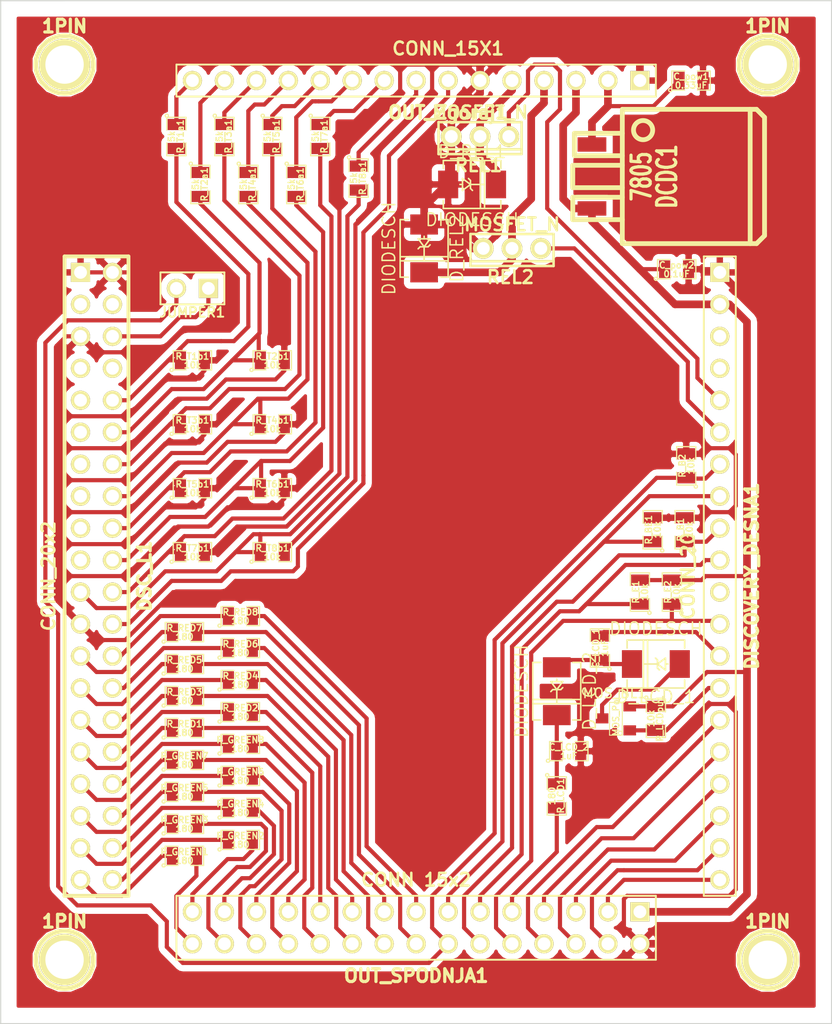
<source format=kicad_pcb>
(kicad_pcb (version 3) (host pcbnew "(2013-07-07 BZR 4022)-stable")
  (layers (15 F.Cu signal) (0 B.Cu signal) (18 B.Paste user) (19 F.Paste user) (20 B.SilkS user) (21 F.SilkS user) (22 B.Mask user) (23 F.Mask user) (28 Edge.Cuts user))
  (net 0 "")
  (net 1 /5V)
  (net 2 /DB0)
  (net 3 /DB1)
  (net 4 /DBE)
  (net 5 /DBL_onoff)
  (net 6 /DBL_pwm)
  (net 7 /DE1)
  (net 8 /DE2)
  (net 9 /DLg1)
  (net 10 /DLg2)
  (net 11 /DLg3)
  (net 12 /DLg4)
  (net 13 /DLg5)
  (net 14 /DLg6)
  (net 15 /DLg7)
  (net 16 /DLg8)
  (net 17 /DLr1)
  (net 18 /DLr2)
  (net 19 /DLr3)
  (net 20 /DLr4)
  (net 21 /DLr5)
  (net 22 /DLr6)
  (net 23 /DLr7)
  (net 24 /DLr8)
  (net 25 /DR1)
  (net 26 /DR2)
  (net 27 /DT1)
  (net 28 /DT2)
  (net 29 /DT3)
  (net 30 /DT4)
  (net 31 /DT5)
  (net 32 /DT6)
  (net 33 /DT7)
  (net 34 /DT8)
  (net 35 /GND)
  (net 36 /NRST)
  (net 37 /U1)
  (net 38 /U11)
  (net 39 /U12)
  (net 40 /U14)
  (net 41 /U2)
  (net 42 /U3)
  (net 43 /U4)
  (net 44 /U5)
  (net 45 /U6)
  (net 46 /U7)
  (net 47 /U8)
  (net 48 /U9)
  (net 49 /V15)
  (net 50 /V16)
  (net 51 /V17)
  (net 52 /V18)
  (net 53 /V19)
  (net 54 /V20)
  (net 55 /V21)
  (net 56 /V22)
  (net 57 /V23)
  (net 58 /V24)
  (net 59 /V25)
  (net 60 /V26)
  (net 61 /V27)
  (net 62 /V28)
  (net 63 /V29)
  (net 64 /V3)
  (net 65 /V30)
  (net 66 /V4)
  (net 67 /V5)
  (net 68 /V6)
  (net 69 /V7)
  (net 70 /V8)
  (net 71 /V9)
  (net 72 N-0000012)
  (net 73 N-0000016)
  (net 74 N-0000017)
  (module TO263-7805 (layer F.Cu) (at 359.41 110.49 270)
    (fp_text reference DCDC1 (at 0 -5.969 270) (layer F.SilkS) (effects (font (size 1.524 1.016) (thickness 0.254))))
    (fp_text value 7805 (at 0 -3.937 270) (layer F.SilkS) (effects (font (size 1.524 1.016) (thickness 0.254))))
    (pad VI smd rect (at -2.54 0 270) (size 1.143 2.286) (layers F.Cu F.Paste F.Mask) (net 40 /U14))
    (pad GND smd rect (at 0 -10.795 270) (size 10.80008 6.9977) (layers F.Cu F.Paste F.Mask) (net 35 /GND))
    (pad VO smd rect (at 2.54 0 270) (size 1.143 2.286) (layers F.Cu F.Paste F.Mask) (net 1 /5V))
    (pad GND smd rect (at 0 0 270) (size 1.143 2.286) (layers F.Cu F.Paste F.Mask) (net 35 /GND))
  )
  (module SM0805 (layer F.Cu) (at 367.284 102.87)
    (fp_text reference C_pow1 (at 0 -0.3175) (layer F.SilkS) (effects (font (size 0.50038 0.50038) (thickness 0.10922))))
    (fp_text value 0.33uF (at 0 0.381) (layer F.SilkS) (effects (font (size 0.50038 0.50038) (thickness 0.10922))))
    (pad 1 smd rect (at -0.9525 0) (size 0.889 1.397) (layers F.Cu F.Paste F.Mask) (net 40 /U14))
    (pad 2 smd rect (at 0.9525 0) (size 0.889 1.397) (layers F.Cu F.Paste F.Mask) (net 35 /GND))
  )
  (module SOT23-ozb (layer F.Cu) (at 361.315 153.543 90)
    (fp_text reference MOS_BL1 (at 1.99898 -0.09906 180) (layer F.SilkS) (effects (font (size 0.762 0.762) (thickness 0.11938))))
    (fp_text value MOS_Po (at 0.0635 0 90) (layer F.SilkS) (effects (font (size 0.50038 0.50038) (thickness 0.09906))))
    (pad D smd rect (at 0 -1.09982 90) (size 0.8001 1.00076) (layers F.Cu F.Paste F.Mask) (net 72 N-0000012))
    (pad S smd rect (at 0.9525 1.09982 90) (size 0.8001 1.00076) (layers F.Cu F.Paste F.Mask) (net 1 /5V))
    (pad G smd rect (at -0.9525 1.09982 90) (size 0.8001 1.00076) (layers F.Cu F.Paste F.Mask) (net 5 /DBL_onoff))
  )
  (module SM0805 (layer F.Cu) (at 337.82 107.315 270)
    (fp_text reference R_T7a1 (at 0 -0.3175 270) (layer F.SilkS) (effects (font (size 0.50038 0.50038) (thickness 0.10922))))
    (fp_text value 5k (at 0 0.381 270) (layer F.SilkS) (effects (font (size 0.50038 0.50038) (thickness 0.10922))))
    (pad 1 smd rect (at -0.9525 0 270) (size 0.889 1.397) (layers F.Cu F.Paste F.Mask) (net 46 /U7))
    (pad 2 smd rect (at 0.9525 0 270) (size 0.889 1.397) (layers F.Cu F.Paste F.Mask) (net 33 /DT7))
  )
  (module SM0805 (layer F.Cu) (at 327.025 156.845)
    (fp_text reference R_GREEN7 (at 0 -0.3175) (layer F.SilkS) (effects (font (size 0.50038 0.50038) (thickness 0.10922))))
    (fp_text value 180 (at 0 0.381) (layer F.SilkS) (effects (font (size 0.50038 0.50038) (thickness 0.10922))))
    (pad 1 smd rect (at -0.9525 0) (size 0.889 1.397) (layers F.Cu F.Paste F.Mask) (net 15 /DLg7))
    (pad 2 smd rect (at 0.9525 0) (size 0.889 1.397) (layers F.Cu F.Paste F.Mask) (net 58 /V24))
  )
  (module SM0805 (layer F.Cu) (at 327.66 125.095)
    (fp_text reference R_T1b1 (at 0 -0.3175) (layer F.SilkS) (effects (font (size 0.50038 0.50038) (thickness 0.10922))))
    (fp_text value 10k (at 0 0.381) (layer F.SilkS) (effects (font (size 0.50038 0.50038) (thickness 0.10922))))
    (pad 1 smd rect (at -0.9525 0) (size 0.889 1.397) (layers F.Cu F.Paste F.Mask) (net 27 /DT1))
    (pad 2 smd rect (at 0.9525 0) (size 0.889 1.397) (layers F.Cu F.Paste F.Mask) (net 35 /GND))
  )
  (module SM0805 (layer F.Cu) (at 328.295 111.125 270)
    (fp_text reference R_T2a1 (at 0 -0.3175 270) (layer F.SilkS) (effects (font (size 0.50038 0.50038) (thickness 0.10922))))
    (fp_text value 5k (at 0 0.381 270) (layer F.SilkS) (effects (font (size 0.50038 0.50038) (thickness 0.10922))))
    (pad 1 smd rect (at -0.9525 0 270) (size 0.889 1.397) (layers F.Cu F.Paste F.Mask) (net 41 /U2))
    (pad 2 smd rect (at 0.9525 0 270) (size 0.889 1.397) (layers F.Cu F.Paste F.Mask) (net 28 /DT2))
  )
  (module SM0805 (layer F.Cu) (at 327.66 130.175)
    (fp_text reference R_T3b1 (at 0 -0.3175) (layer F.SilkS) (effects (font (size 0.50038 0.50038) (thickness 0.10922))))
    (fp_text value 10k (at 0 0.381) (layer F.SilkS) (effects (font (size 0.50038 0.50038) (thickness 0.10922))))
    (pad 1 smd rect (at -0.9525 0) (size 0.889 1.397) (layers F.Cu F.Paste F.Mask) (net 29 /DT3))
    (pad 2 smd rect (at 0.9525 0) (size 0.889 1.397) (layers F.Cu F.Paste F.Mask) (net 35 /GND))
  )
  (module SM0805 (layer F.Cu) (at 330.2 107.315 270)
    (fp_text reference R_T3a1 (at 0 -0.3175 270) (layer F.SilkS) (effects (font (size 0.50038 0.50038) (thickness 0.10922))))
    (fp_text value 5k (at 0 0.381 270) (layer F.SilkS) (effects (font (size 0.50038 0.50038) (thickness 0.10922))))
    (pad 1 smd rect (at -0.9525 0 270) (size 0.889 1.397) (layers F.Cu F.Paste F.Mask) (net 42 /U3))
    (pad 2 smd rect (at 0.9525 0 270) (size 0.889 1.397) (layers F.Cu F.Paste F.Mask) (net 29 /DT3))
  )
  (module SM0805 (layer F.Cu) (at 334.01 130.175)
    (fp_text reference R_T4b1 (at 0 -0.3175) (layer F.SilkS) (effects (font (size 0.50038 0.50038) (thickness 0.10922))))
    (fp_text value 10k (at 0 0.381) (layer F.SilkS) (effects (font (size 0.50038 0.50038) (thickness 0.10922))))
    (pad 1 smd rect (at -0.9525 0) (size 0.889 1.397) (layers F.Cu F.Paste F.Mask) (net 30 /DT4))
    (pad 2 smd rect (at 0.9525 0) (size 0.889 1.397) (layers F.Cu F.Paste F.Mask) (net 35 /GND))
  )
  (module SM0805 (layer F.Cu) (at 332.105 111.125 270)
    (fp_text reference R_T4a1 (at 0 -0.3175 270) (layer F.SilkS) (effects (font (size 0.50038 0.50038) (thickness 0.10922))))
    (fp_text value 5k (at 0 0.381 270) (layer F.SilkS) (effects (font (size 0.50038 0.50038) (thickness 0.10922))))
    (pad 1 smd rect (at -0.9525 0 270) (size 0.889 1.397) (layers F.Cu F.Paste F.Mask) (net 43 /U4))
    (pad 2 smd rect (at 0.9525 0 270) (size 0.889 1.397) (layers F.Cu F.Paste F.Mask) (net 30 /DT4))
  )
  (module SM0805 (layer F.Cu) (at 327.66 135.255)
    (fp_text reference R_T5b1 (at 0 -0.3175) (layer F.SilkS) (effects (font (size 0.50038 0.50038) (thickness 0.10922))))
    (fp_text value 10k (at 0 0.381) (layer F.SilkS) (effects (font (size 0.50038 0.50038) (thickness 0.10922))))
    (pad 1 smd rect (at -0.9525 0) (size 0.889 1.397) (layers F.Cu F.Paste F.Mask) (net 31 /DT5))
    (pad 2 smd rect (at 0.9525 0) (size 0.889 1.397) (layers F.Cu F.Paste F.Mask) (net 35 /GND))
  )
  (module SM0805 (layer F.Cu) (at 334.01 107.315 270)
    (fp_text reference R_T5a1 (at 0 -0.3175 270) (layer F.SilkS) (effects (font (size 0.50038 0.50038) (thickness 0.10922))))
    (fp_text value 5k (at 0 0.381 270) (layer F.SilkS) (effects (font (size 0.50038 0.50038) (thickness 0.10922))))
    (pad 1 smd rect (at -0.9525 0 270) (size 0.889 1.397) (layers F.Cu F.Paste F.Mask) (net 44 /U5))
    (pad 2 smd rect (at 0.9525 0 270) (size 0.889 1.397) (layers F.Cu F.Paste F.Mask) (net 31 /DT5))
  )
  (module SM0805 (layer F.Cu) (at 334.01 135.255)
    (fp_text reference R_T6b1 (at 0 -0.3175) (layer F.SilkS) (effects (font (size 0.50038 0.50038) (thickness 0.10922))))
    (fp_text value 10k (at 0 0.381) (layer F.SilkS) (effects (font (size 0.50038 0.50038) (thickness 0.10922))))
    (pad 1 smd rect (at -0.9525 0) (size 0.889 1.397) (layers F.Cu F.Paste F.Mask) (net 32 /DT6))
    (pad 2 smd rect (at 0.9525 0) (size 0.889 1.397) (layers F.Cu F.Paste F.Mask) (net 35 /GND))
  )
  (module SM0805 (layer F.Cu) (at 335.915 111.125 270)
    (fp_text reference R_T6a1 (at 0 -0.3175 270) (layer F.SilkS) (effects (font (size 0.50038 0.50038) (thickness 0.10922))))
    (fp_text value 5k (at 0 0.381 270) (layer F.SilkS) (effects (font (size 0.50038 0.50038) (thickness 0.10922))))
    (pad 1 smd rect (at -0.9525 0 270) (size 0.889 1.397) (layers F.Cu F.Paste F.Mask) (net 45 /U6))
    (pad 2 smd rect (at 0.9525 0 270) (size 0.889 1.397) (layers F.Cu F.Paste F.Mask) (net 32 /DT6))
  )
  (module SM0805 (layer F.Cu) (at 327.66 140.335)
    (fp_text reference R_T7b1 (at 0 -0.3175) (layer F.SilkS) (effects (font (size 0.50038 0.50038) (thickness 0.10922))))
    (fp_text value 10k (at 0 0.381) (layer F.SilkS) (effects (font (size 0.50038 0.50038) (thickness 0.10922))))
    (pad 1 smd rect (at -0.9525 0) (size 0.889 1.397) (layers F.Cu F.Paste F.Mask) (net 33 /DT7))
    (pad 2 smd rect (at 0.9525 0) (size 0.889 1.397) (layers F.Cu F.Paste F.Mask) (net 35 /GND))
  )
  (module SM0805 (layer F.Cu) (at 334.01 125.095)
    (fp_text reference R_T2b1 (at 0 -0.3175) (layer F.SilkS) (effects (font (size 0.50038 0.50038) (thickness 0.10922))))
    (fp_text value 10k (at 0 0.381) (layer F.SilkS) (effects (font (size 0.50038 0.50038) (thickness 0.10922))))
    (pad 1 smd rect (at -0.9525 0) (size 0.889 1.397) (layers F.Cu F.Paste F.Mask) (net 28 /DT2))
    (pad 2 smd rect (at 0.9525 0) (size 0.889 1.397) (layers F.Cu F.Paste F.Mask) (net 35 /GND))
  )
  (module SM0805 (layer F.Cu) (at 334.01 140.335)
    (fp_text reference R_T8b1 (at 0 -0.3175) (layer F.SilkS) (effects (font (size 0.50038 0.50038) (thickness 0.10922))))
    (fp_text value 10k (at 0 0.381) (layer F.SilkS) (effects (font (size 0.50038 0.50038) (thickness 0.10922))))
    (pad 1 smd rect (at -0.9525 0) (size 0.889 1.397) (layers F.Cu F.Paste F.Mask) (net 34 /DT8))
    (pad 2 smd rect (at 0.9525 0) (size 0.889 1.397) (layers F.Cu F.Paste F.Mask) (net 35 /GND))
  )
  (module SM0805 (layer F.Cu) (at 340.868 110.617 270)
    (fp_text reference R_T8a1 (at 0 -0.3175 270) (layer F.SilkS) (effects (font (size 0.50038 0.50038) (thickness 0.10922))))
    (fp_text value 5k (at 0 0.381 270) (layer F.SilkS) (effects (font (size 0.50038 0.50038) (thickness 0.10922))))
    (pad 1 smd rect (at -0.9525 0 270) (size 0.889 1.397) (layers F.Cu F.Paste F.Mask) (net 47 /U8))
    (pad 2 smd rect (at 0.9525 0 270) (size 0.889 1.397) (layers F.Cu F.Paste F.Mask) (net 34 /DT8))
  )
  (module SM0805 (layer F.Cu) (at 363.22 143.51 90)
    (fp_text reference R_E1 (at 0 -0.3175 90) (layer F.SilkS) (effects (font (size 0.50038 0.50038) (thickness 0.10922))))
    (fp_text value 10k (at 0 0.381 90) (layer F.SilkS) (effects (font (size 0.50038 0.50038) (thickness 0.10922))))
    (pad 1 smd rect (at -0.9525 0 90) (size 0.889 1.397) (layers F.Cu F.Paste F.Mask) (net 7 /DE1))
    (pad 2 smd rect (at 0.9525 0 90) (size 0.889 1.397) (layers F.Cu F.Paste F.Mask) (net 1 /5V))
  )
  (module SM0805 (layer F.Cu) (at 365.76 143.51 90)
    (fp_text reference R_E2 (at 0 -0.3175 90) (layer F.SilkS) (effects (font (size 0.50038 0.50038) (thickness 0.10922))))
    (fp_text value 10k (at 0 0.381 90) (layer F.SilkS) (effects (font (size 0.50038 0.50038) (thickness 0.10922))))
    (pad 1 smd rect (at -0.9525 0 90) (size 0.889 1.397) (layers F.Cu F.Paste F.Mask) (net 8 /DE2))
    (pad 2 smd rect (at 0.9525 0 90) (size 0.889 1.397) (layers F.Cu F.Paste F.Mask) (net 1 /5V))
  )
  (module SM0805 (layer F.Cu) (at 360.045 147.955 90)
    (fp_text reference C_LCD_1 (at 0 -0.3175 90) (layer F.SilkS) (effects (font (size 0.50038 0.50038) (thickness 0.10922))))
    (fp_text value 1uF (at 0 0.381 90) (layer F.SilkS) (effects (font (size 0.50038 0.50038) (thickness 0.10922))))
    (pad 1 smd rect (at -0.9525 0 90) (size 0.889 1.397) (layers F.Cu F.Paste F.Mask) (net 73 N-0000016))
    (pad 2 smd rect (at 0.9525 0 90) (size 0.889 1.397) (layers F.Cu F.Paste F.Mask) (net 6 /DBL_pwm))
  )
  (module SM0805 (layer F.Cu) (at 357.5685 156.1465)
    (fp_text reference C_LCD_2 (at 0 -0.3175) (layer F.SilkS) (effects (font (size 0.50038 0.50038) (thickness 0.10922))))
    (fp_text value 1uF (at 0 0.381) (layer F.SilkS) (effects (font (size 0.50038 0.50038) (thickness 0.10922))))
    (pad 1 smd rect (at -0.9525 0) (size 0.889 1.397) (layers F.Cu F.Paste F.Mask) (net 74 N-0000017))
    (pad 2 smd rect (at 0.9525 0) (size 0.889 1.397) (layers F.Cu F.Paste F.Mask) (net 35 /GND))
  )
  (module SM0805 (layer F.Cu) (at 356.616 159.7025 270)
    (fp_text reference R_LCD1 (at 0 -0.3175 270) (layer F.SilkS) (effects (font (size 0.50038 0.50038) (thickness 0.10922))))
    (fp_text value 180 (at 0 0.381 270) (layer F.SilkS) (effects (font (size 0.50038 0.50038) (thickness 0.10922))))
    (pad 1 smd rect (at -0.9525 0 270) (size 0.889 1.397) (layers F.Cu F.Paste F.Mask) (net 74 N-0000017))
    (pad 2 smd rect (at 0.9525 0 270) (size 0.889 1.397) (layers F.Cu F.Paste F.Mask) (net 71 /V9))
  )
  (module SM0805 (layer F.Cu) (at 364.49 153.543 270)
    (fp_text reference R_LCDpu1 (at 0 -0.3175 270) (layer F.SilkS) (effects (font (size 0.50038 0.50038) (thickness 0.10922))))
    (fp_text value 10k (at 0 0.381 270) (layer F.SilkS) (effects (font (size 0.50038 0.50038) (thickness 0.10922))))
    (pad 1 smd rect (at -0.9525 0 270) (size 0.889 1.397) (layers F.Cu F.Paste F.Mask) (net 1 /5V))
    (pad 2 smd rect (at 0.9525 0 270) (size 0.889 1.397) (layers F.Cu F.Paste F.Mask) (net 5 /DBL_onoff))
  )
  (module SM0805 (layer F.Cu) (at 366.141 117.856)
    (fp_text reference C_pow2 (at 0 -0.3175) (layer F.SilkS) (effects (font (size 0.50038 0.50038) (thickness 0.10922))))
    (fp_text value 0.1uF (at 0 0.381) (layer F.SilkS) (effects (font (size 0.50038 0.50038) (thickness 0.10922))))
    (pad 1 smd rect (at -0.9525 0) (size 0.889 1.397) (layers F.Cu F.Paste F.Mask) (net 1 /5V))
    (pad 2 smd rect (at 0.9525 0) (size 0.889 1.397) (layers F.Cu F.Paste F.Mask) (net 35 /GND))
  )
  (module SM0805 (layer F.Cu) (at 327.025 164.465)
    (fp_text reference R_GREEN1 (at 0 -0.3175) (layer F.SilkS) (effects (font (size 0.50038 0.50038) (thickness 0.10922))))
    (fp_text value 180 (at 0 0.381) (layer F.SilkS) (effects (font (size 0.50038 0.50038) (thickness 0.10922))))
    (pad 1 smd rect (at -0.9525 0) (size 0.889 1.397) (layers F.Cu F.Paste F.Mask) (net 9 /DLg1))
    (pad 2 smd rect (at 0.9525 0) (size 0.889 1.397) (layers F.Cu F.Paste F.Mask) (net 65 /V30))
  )
  (module SM0805 (layer F.Cu) (at 326.39 107.315 270)
    (fp_text reference R_T1a1 (at 0 -0.3175 270) (layer F.SilkS) (effects (font (size 0.50038 0.50038) (thickness 0.10922))))
    (fp_text value 5k (at 0 0.381 270) (layer F.SilkS) (effects (font (size 0.50038 0.50038) (thickness 0.10922))))
    (pad 1 smd rect (at -0.9525 0 270) (size 0.889 1.397) (layers F.Cu F.Paste F.Mask) (net 37 /U1))
    (pad 2 smd rect (at 0.9525 0 270) (size 0.889 1.397) (layers F.Cu F.Paste F.Mask) (net 27 /DT1))
  )
  (module SM0805 (layer F.Cu) (at 331.47 145.415)
    (fp_text reference R_RED8 (at 0 -0.3175) (layer F.SilkS) (effects (font (size 0.50038 0.50038) (thickness 0.10922))))
    (fp_text value 180 (at 0 0.381) (layer F.SilkS) (effects (font (size 0.50038 0.50038) (thickness 0.10922))))
    (pad 1 smd rect (at -0.9525 0) (size 0.889 1.397) (layers F.Cu F.Paste F.Mask) (net 24 /DLr8))
    (pad 2 smd rect (at 0.9525 0) (size 0.889 1.397) (layers F.Cu F.Paste F.Mask) (net 49 /V15))
  )
  (module SM0805 (layer F.Cu) (at 331.47 150.495)
    (fp_text reference R_RED4 (at 0 -0.3175) (layer F.SilkS) (effects (font (size 0.50038 0.50038) (thickness 0.10922))))
    (fp_text value 180 (at 0 0.381) (layer F.SilkS) (effects (font (size 0.50038 0.50038) (thickness 0.10922))))
    (pad 1 smd rect (at -0.9525 0) (size 0.889 1.397) (layers F.Cu F.Paste F.Mask) (net 20 /DLr4))
    (pad 2 smd rect (at 0.9525 0) (size 0.889 1.397) (layers F.Cu F.Paste F.Mask) (net 53 /V19))
  )
  (module SM0805 (layer F.Cu) (at 327.025 151.765)
    (fp_text reference R_RED3 (at 0 -0.3175) (layer F.SilkS) (effects (font (size 0.50038 0.50038) (thickness 0.10922))))
    (fp_text value 180 (at 0 0.381) (layer F.SilkS) (effects (font (size 0.50038 0.50038) (thickness 0.10922))))
    (pad 1 smd rect (at -0.9525 0) (size 0.889 1.397) (layers F.Cu F.Paste F.Mask) (net 19 /DLr3))
    (pad 2 smd rect (at 0.9525 0) (size 0.889 1.397) (layers F.Cu F.Paste F.Mask) (net 54 /V20))
  )
  (module SM0805 (layer F.Cu) (at 331.47 147.955)
    (fp_text reference R_RED6 (at 0 -0.3175) (layer F.SilkS) (effects (font (size 0.50038 0.50038) (thickness 0.10922))))
    (fp_text value 180 (at 0 0.381) (layer F.SilkS) (effects (font (size 0.50038 0.50038) (thickness 0.10922))))
    (pad 1 smd rect (at -0.9525 0) (size 0.889 1.397) (layers F.Cu F.Paste F.Mask) (net 22 /DLr6))
    (pad 2 smd rect (at 0.9525 0) (size 0.889 1.397) (layers F.Cu F.Paste F.Mask) (net 51 /V17))
  )
  (module SM0805 (layer F.Cu) (at 327.025 149.225)
    (fp_text reference R_RED5 (at 0 -0.3175) (layer F.SilkS) (effects (font (size 0.50038 0.50038) (thickness 0.10922))))
    (fp_text value 180 (at 0 0.381) (layer F.SilkS) (effects (font (size 0.50038 0.50038) (thickness 0.10922))))
    (pad 1 smd rect (at -0.9525 0) (size 0.889 1.397) (layers F.Cu F.Paste F.Mask) (net 21 /DLr5))
    (pad 2 smd rect (at 0.9525 0) (size 0.889 1.397) (layers F.Cu F.Paste F.Mask) (net 52 /V18))
  )
  (module SM0805 (layer F.Cu) (at 331.47 153.035)
    (fp_text reference R_RED2 (at 0 -0.3175) (layer F.SilkS) (effects (font (size 0.50038 0.50038) (thickness 0.10922))))
    (fp_text value 180 (at 0 0.381) (layer F.SilkS) (effects (font (size 0.50038 0.50038) (thickness 0.10922))))
    (pad 1 smd rect (at -0.9525 0) (size 0.889 1.397) (layers F.Cu F.Paste F.Mask) (net 18 /DLr2))
    (pad 2 smd rect (at 0.9525 0) (size 0.889 1.397) (layers F.Cu F.Paste F.Mask) (net 55 /V21))
  )
  (module SM0805 (layer F.Cu) (at 327.025 154.305)
    (fp_text reference R_RED1 (at 0 -0.3175) (layer F.SilkS) (effects (font (size 0.50038 0.50038) (thickness 0.10922))))
    (fp_text value 180 (at 0 0.381) (layer F.SilkS) (effects (font (size 0.50038 0.50038) (thickness 0.10922))))
    (pad 1 smd rect (at -0.9525 0) (size 0.889 1.397) (layers F.Cu F.Paste F.Mask) (net 17 /DLr1))
    (pad 2 smd rect (at 0.9525 0) (size 0.889 1.397) (layers F.Cu F.Paste F.Mask) (net 56 /V22))
  )
  (module SM0805 (layer F.Cu) (at 366.776 138.557 90)
    (fp_text reference R_B1 (at 0 -0.3175 90) (layer F.SilkS) (effects (font (size 0.50038 0.50038) (thickness 0.10922))))
    (fp_text value 10k (at 0 0.381 90) (layer F.SilkS) (effects (font (size 0.50038 0.50038) (thickness 0.10922))))
    (pad 1 smd rect (at -0.9525 0 90) (size 0.889 1.397) (layers F.Cu F.Paste F.Mask) (net 3 /DB1))
    (pad 2 smd rect (at 0.9525 0 90) (size 0.889 1.397) (layers F.Cu F.Paste F.Mask) (net 35 /GND))
  )
  (module SM0805 (layer F.Cu) (at 364.236 138.557 90)
    (fp_text reference R_BE1 (at 0 -0.3175 90) (layer F.SilkS) (effects (font (size 0.50038 0.50038) (thickness 0.10922))))
    (fp_text value 10k (at 0 0.381 90) (layer F.SilkS) (effects (font (size 0.50038 0.50038) (thickness 0.10922))))
    (pad 1 smd rect (at -0.9525 0 90) (size 0.889 1.397) (layers F.Cu F.Paste F.Mask) (net 4 /DBE))
    (pad 2 smd rect (at 0.9525 0 90) (size 0.889 1.397) (layers F.Cu F.Paste F.Mask) (net 35 /GND))
  )
  (module SM0805 (layer F.Cu) (at 331.47 155.575)
    (fp_text reference R_GREEN8 (at 0 -0.3175) (layer F.SilkS) (effects (font (size 0.50038 0.50038) (thickness 0.10922))))
    (fp_text value 180 (at 0 0.381) (layer F.SilkS) (effects (font (size 0.50038 0.50038) (thickness 0.10922))))
    (pad 1 smd rect (at -0.9525 0) (size 0.889 1.397) (layers F.Cu F.Paste F.Mask) (net 16 /DLg8))
    (pad 2 smd rect (at 0.9525 0) (size 0.889 1.397) (layers F.Cu F.Paste F.Mask) (net 57 /V23))
  )
  (module SM0805 (layer F.Cu) (at 331.47 163.195)
    (fp_text reference R_GREEN2 (at 0 -0.3175) (layer F.SilkS) (effects (font (size 0.50038 0.50038) (thickness 0.10922))))
    (fp_text value 180 (at 0 0.381) (layer F.SilkS) (effects (font (size 0.50038 0.50038) (thickness 0.10922))))
    (pad 1 smd rect (at -0.9525 0) (size 0.889 1.397) (layers F.Cu F.Paste F.Mask) (net 10 /DLg2))
    (pad 2 smd rect (at 0.9525 0) (size 0.889 1.397) (layers F.Cu F.Paste F.Mask) (net 63 /V29))
  )
  (module SM0805 (layer F.Cu) (at 327.025 159.385)
    (fp_text reference R_GREEN5 (at 0 -0.3175) (layer F.SilkS) (effects (font (size 0.50038 0.50038) (thickness 0.10922))))
    (fp_text value 180 (at 0 0.381) (layer F.SilkS) (effects (font (size 0.50038 0.50038) (thickness 0.10922))))
    (pad 1 smd rect (at -0.9525 0) (size 0.889 1.397) (layers F.Cu F.Paste F.Mask) (net 13 /DLg5))
    (pad 2 smd rect (at 0.9525 0) (size 0.889 1.397) (layers F.Cu F.Paste F.Mask) (net 60 /V26))
  )
  (module SM0805 (layer F.Cu) (at 331.47 158.115)
    (fp_text reference R_GREEN6 (at 0 -0.3175) (layer F.SilkS) (effects (font (size 0.50038 0.50038) (thickness 0.10922))))
    (fp_text value 180 (at 0 0.381) (layer F.SilkS) (effects (font (size 0.50038 0.50038) (thickness 0.10922))))
    (pad 1 smd rect (at -0.9525 0) (size 0.889 1.397) (layers F.Cu F.Paste F.Mask) (net 14 /DLg6))
    (pad 2 smd rect (at 0.9525 0) (size 0.889 1.397) (layers F.Cu F.Paste F.Mask) (net 59 /V25))
  )
  (module SM0805 (layer F.Cu) (at 327.025 161.925)
    (fp_text reference R_GREEN3 (at 0 -0.3175) (layer F.SilkS) (effects (font (size 0.50038 0.50038) (thickness 0.10922))))
    (fp_text value 180 (at 0 0.381) (layer F.SilkS) (effects (font (size 0.50038 0.50038) (thickness 0.10922))))
    (pad 1 smd rect (at -0.9525 0) (size 0.889 1.397) (layers F.Cu F.Paste F.Mask) (net 11 /DLg3))
    (pad 2 smd rect (at 0.9525 0) (size 0.889 1.397) (layers F.Cu F.Paste F.Mask) (net 62 /V28))
  )
  (module SM0805 (layer F.Cu) (at 331.47 160.655)
    (fp_text reference R_GREEN4 (at 0 -0.3175) (layer F.SilkS) (effects (font (size 0.50038 0.50038) (thickness 0.10922))))
    (fp_text value 180 (at 0 0.381) (layer F.SilkS) (effects (font (size 0.50038 0.50038) (thickness 0.10922))))
    (pad 1 smd rect (at -0.9525 0) (size 0.889 1.397) (layers F.Cu F.Paste F.Mask) (net 12 /DLg4))
    (pad 2 smd rect (at 0.9525 0) (size 0.889 1.397) (layers F.Cu F.Paste F.Mask) (net 61 /V27))
  )
  (module SM0805 (layer F.Cu) (at 366.903 133.477 90)
    (fp_text reference R_B2 (at 0 -0.3175 90) (layer F.SilkS) (effects (font (size 0.50038 0.50038) (thickness 0.10922))))
    (fp_text value 10k (at 0 0.381 90) (layer F.SilkS) (effects (font (size 0.50038 0.50038) (thickness 0.10922))))
    (pad 1 smd rect (at -0.9525 0 90) (size 0.889 1.397) (layers F.Cu F.Paste F.Mask) (net 2 /DB0))
    (pad 2 smd rect (at 0.9525 0 90) (size 0.889 1.397) (layers F.Cu F.Paste F.Mask) (net 35 /GND))
  )
  (module SM0805 (layer F.Cu) (at 327.025 146.685)
    (fp_text reference R_RED7 (at 0 -0.3175) (layer F.SilkS) (effects (font (size 0.50038 0.50038) (thickness 0.10922))))
    (fp_text value 180 (at 0 0.381) (layer F.SilkS) (effects (font (size 0.50038 0.50038) (thickness 0.10922))))
    (pad 1 smd rect (at -0.9525 0) (size 0.889 1.397) (layers F.Cu F.Paste F.Mask) (net 23 /DLr7))
    (pad 2 smd rect (at 0.9525 0) (size 0.889 1.397) (layers F.Cu F.Paste F.Mask) (net 50 /V16))
  )
  (module PIN_ARRAY_20X2 (layer F.Cu) (at 320.04 142.24 270)
    (fp_text reference DSC_L1 (at 0 -3.81 270) (layer F.SilkS) (effects (font (size 1.016 1.016) (thickness 0.27432))))
    (fp_text value CONN_20x2 (at 0 3.81 270) (layer F.SilkS) (effects (font (size 1.016 1.016) (thickness 0.2032))))
    (pad 1 thru_hole rect (at -24.13 1.27 270) (size 1.524 1.524) (drill 1.016) (layers *.Cu *.Mask F.SilkS) (net 35 /GND))
    (pad 2 thru_hole circle (at -24.13 -1.27 270) (size 1.524 1.524) (drill 1.016) (layers *.Cu *.Mask F.SilkS) (net 35 /GND))
    (pad 11 thru_hole circle (at -11.43 1.27 270) (size 1.524 1.524) (drill 1.016) (layers *.Cu *.Mask F.SilkS))
    (pad 4 thru_hole circle (at -21.59 -1.27 270) (size 1.524 1.524) (drill 1.016) (layers *.Cu *.Mask F.SilkS))
    (pad 13 thru_hole circle (at -8.89 1.27 270) (size 1.524 1.524) (drill 1.016) (layers *.Cu *.Mask F.SilkS))
    (pad 6 thru_hole circle (at -19.05 -1.27 270) (size 1.524 1.524) (drill 1.016) (layers *.Cu *.Mask F.SilkS) (net 36 /NRST))
    (pad 15 thru_hole circle (at -6.35 1.27 270) (size 1.524 1.524) (drill 1.016) (layers *.Cu *.Mask F.SilkS))
    (pad 8 thru_hole circle (at -16.51 -1.27 270) (size 1.524 1.524) (drill 1.016) (layers *.Cu *.Mask F.SilkS))
    (pad 17 thru_hole circle (at -3.81 1.27 270) (size 1.524 1.524) (drill 1.016) (layers *.Cu *.Mask F.SilkS))
    (pad 10 thru_hole circle (at -13.97 -1.27 270) (size 1.524 1.524) (drill 1.016) (layers *.Cu *.Mask F.SilkS) (net 27 /DT1))
    (pad 19 thru_hole circle (at -1.27 1.27 270) (size 1.524 1.524) (drill 1.016) (layers *.Cu *.Mask F.SilkS))
    (pad 12 thru_hole circle (at -11.43 -1.27 270) (size 1.524 1.524) (drill 1.016) (layers *.Cu *.Mask F.SilkS) (net 28 /DT2))
    (pad 21 thru_hole circle (at 1.27 1.27 270) (size 1.524 1.524) (drill 1.016) (layers *.Cu *.Mask F.SilkS) (net 34 /DT8))
    (pad 14 thru_hole circle (at -8.89 -1.27 270) (size 1.524 1.524) (drill 1.016) (layers *.Cu *.Mask F.SilkS) (net 29 /DT3))
    (pad 23 thru_hole circle (at 3.81 1.27 270) (size 1.524 1.524) (drill 1.016) (layers *.Cu *.Mask F.SilkS) (net 35 /GND))
    (pad 16 thru_hole circle (at -6.35 -1.27 270) (size 1.524 1.524) (drill 1.016) (layers *.Cu *.Mask F.SilkS) (net 30 /DT4))
    (pad 25 thru_hole circle (at 6.35 1.27 270) (size 1.524 1.524) (drill 1.016) (layers *.Cu *.Mask F.SilkS) (net 23 /DLr7))
    (pad 18 thru_hole circle (at -3.81 -1.27 270) (size 1.524 1.524) (drill 1.016) (layers *.Cu *.Mask F.SilkS) (net 31 /DT5))
    (pad 27 thru_hole circle (at 8.89 1.27 270) (size 1.524 1.524) (drill 1.016) (layers *.Cu *.Mask F.SilkS) (net 21 /DLr5))
    (pad 20 thru_hole circle (at -1.27 -1.27 270) (size 1.524 1.524) (drill 1.016) (layers *.Cu *.Mask F.SilkS) (net 32 /DT6))
    (pad 29 thru_hole circle (at 11.43 1.27 270) (size 1.524 1.524) (drill 1.016) (layers *.Cu *.Mask F.SilkS) (net 19 /DLr3))
    (pad 22 thru_hole circle (at 1.27 -1.27 270) (size 1.524 1.524) (drill 1.016) (layers *.Cu *.Mask F.SilkS) (net 33 /DT7))
    (pad 31 thru_hole circle (at 13.97 1.27 270) (size 1.524 1.524) (drill 1.016) (layers *.Cu *.Mask F.SilkS) (net 17 /DLr1))
    (pad 24 thru_hole circle (at 3.81 -1.27 270) (size 1.524 1.524) (drill 1.016) (layers *.Cu *.Mask F.SilkS) (net 48 /U9))
    (pad 26 thru_hole circle (at 6.35 -1.27 270) (size 1.524 1.524) (drill 1.016) (layers *.Cu *.Mask F.SilkS) (net 24 /DLr8))
    (pad 33 thru_hole circle (at 16.51 1.27 270) (size 1.524 1.524) (drill 1.016) (layers *.Cu *.Mask F.SilkS) (net 15 /DLg7))
    (pad 28 thru_hole circle (at 8.89 -1.27 270) (size 1.524 1.524) (drill 1.016) (layers *.Cu *.Mask F.SilkS) (net 22 /DLr6))
    (pad 32 thru_hole circle (at 13.97 -1.27 270) (size 1.524 1.524) (drill 1.016) (layers *.Cu *.Mask F.SilkS) (net 18 /DLr2))
    (pad 34 thru_hole circle (at 16.51 -1.27 270) (size 1.524 1.524) (drill 1.016) (layers *.Cu *.Mask F.SilkS) (net 16 /DLg8))
    (pad 36 thru_hole circle (at 19.05 -1.27 270) (size 1.524 1.524) (drill 1.016) (layers *.Cu *.Mask F.SilkS) (net 14 /DLg6))
    (pad 38 thru_hole circle (at 21.59 -1.27 270) (size 1.524 1.524) (drill 1.016) (layers *.Cu *.Mask F.SilkS) (net 12 /DLg4))
    (pad 35 thru_hole circle (at 19.05 1.27 270) (size 1.524 1.524) (drill 1.016) (layers *.Cu *.Mask F.SilkS) (net 13 /DLg5))
    (pad 37 thru_hole circle (at 21.59 1.27 270) (size 1.524 1.524) (drill 1.016) (layers *.Cu *.Mask F.SilkS) (net 11 /DLg3))
    (pad 3 thru_hole circle (at -21.59 1.27 270) (size 1.524 1.524) (drill 1.016) (layers *.Cu *.Mask F.SilkS))
    (pad 5 thru_hole circle (at -19.05 1.27 270) (size 1.524 1.524) (drill 1.016) (layers *.Cu *.Mask F.SilkS) (net 35 /GND))
    (pad 7 thru_hole circle (at -16.51 1.27 270) (size 1.524 1.524) (drill 1.016) (layers *.Cu *.Mask F.SilkS))
    (pad 9 thru_hole circle (at -13.97 1.27 270) (size 1.524 1.524) (drill 1.016) (layers *.Cu *.Mask F.SilkS))
    (pad 39 thru_hole circle (at 24.13 1.27 270) (size 1.524 1.524) (drill 1.016) (layers *.Cu *.Mask F.SilkS) (net 9 /DLg1))
    (pad 40 thru_hole circle (at 24.13 -1.27 270) (size 1.524 1.524) (drill 1.016) (layers *.Cu *.Mask F.SilkS) (net 10 /DLg2))
    (pad 30 thru_hole circle (at 11.43 -1.27 270) (size 1.524 1.524) (drill 1.016) (layers *.Cu *.Mask F.SilkS) (net 20 /DLr4))
  )
  (module PIN_ARRAY_20 (layer F.Cu) (at 369.57 142.24 270)
    (fp_text reference DISCOVERY_DESNA1 (at 0 -2.54 270) (layer F.SilkS) (effects (font (size 1.016 1.016) (thickness 0.27432))))
    (fp_text value CONN_20 (at 0 2.54 270) (layer F.SilkS) (effects (font (size 1.016 1.016) (thickness 0.2032))))
    (pad 1 thru_hole rect (at -24.13 0 270) (size 1.524 1.524) (drill 1.016) (layers *.Cu *.Mask F.SilkS) (net 35 /GND))
    (pad 2 thru_hole circle (at -21.59 0 270) (size 1.524 1.524) (drill 1.016) (layers *.Cu *.Mask F.SilkS) (net 1 /5V))
    (pad 11 thru_hole circle (at 1.27 0 270) (size 1.524 1.524) (drill 1.016) (layers *.Cu *.Mask F.SilkS))
    (pad 4 thru_hole circle (at -16.51 0 270) (size 1.524 1.524) (drill 1.016) (layers *.Cu *.Mask F.SilkS))
    (pad 13 thru_hole circle (at 6.35 0 270) (size 1.524 1.524) (drill 1.016) (layers *.Cu *.Mask F.SilkS) (net 6 /DBL_pwm))
    (pad 6 thru_hole circle (at -11.43 0 270) (size 1.524 1.524) (drill 1.016) (layers *.Cu *.Mask F.SilkS) (net 26 /DR2))
    (pad 15 thru_hole circle (at 11.43 0 270) (size 1.524 1.524) (drill 1.016) (layers *.Cu *.Mask F.SilkS) (net 70 /V8))
    (pad 8 thru_hole circle (at -6.35 0 270) (size 1.524 1.524) (drill 1.016) (layers *.Cu *.Mask F.SilkS) (net 4 /DBE))
    (pad 17 thru_hole circle (at 16.51 0 270) (size 1.524 1.524) (drill 1.016) (layers *.Cu *.Mask F.SilkS) (net 68 /V6))
    (pad 10 thru_hole circle (at -1.27 0 270) (size 1.524 1.524) (drill 1.016) (layers *.Cu *.Mask F.SilkS) (net 7 /DE1))
    (pad 19 thru_hole circle (at 21.59 0 270) (size 1.524 1.524) (drill 1.016) (layers *.Cu *.Mask F.SilkS) (net 66 /V4))
    (pad 12 thru_hole circle (at 3.81 0 270) (size 1.524 1.524) (drill 1.016) (layers *.Cu *.Mask F.SilkS) (net 8 /DE2))
    (pad 14 thru_hole circle (at 8.89 0 270) (size 1.524 1.524) (drill 1.016) (layers *.Cu *.Mask F.SilkS) (net 5 /DBL_onoff))
    (pad 16 thru_hole circle (at 13.97 0 270) (size 1.524 1.524) (drill 1.016) (layers *.Cu *.Mask F.SilkS) (net 69 /V7))
    (pad 18 thru_hole circle (at 19.05 0 270) (size 1.524 1.524) (drill 1.016) (layers *.Cu *.Mask F.SilkS) (net 67 /V5))
    (pad 20 thru_hole circle (at 24.13 0 270) (size 1.524 1.524) (drill 1.016) (layers *.Cu *.Mask F.SilkS) (net 64 /V3))
    (pad 3 thru_hole circle (at -19.05 0 270) (size 1.524 1.524) (drill 1.016) (layers *.Cu *.Mask F.SilkS))
    (pad 5 thru_hole circle (at -13.97 0 270) (size 1.524 1.524) (drill 1.016) (layers *.Cu *.Mask F.SilkS) (net 25 /DR1))
    (pad 7 thru_hole circle (at -8.89 0 270) (size 1.524 1.524) (drill 1.016) (layers *.Cu *.Mask F.SilkS) (net 2 /DB0))
    (pad 9 thru_hole circle (at -3.81 0 270) (size 1.524 1.524) (drill 1.016) (layers *.Cu *.Mask F.SilkS) (net 3 /DB1))
  )
  (module PIN_ARRAY_15X2 (layer F.Cu) (at 345.44 170.18 180)
    (fp_text reference OUT_SPODNJA1 (at 0 -3.81 180) (layer F.SilkS) (effects (font (size 1.016 1.016) (thickness 0.27432))))
    (fp_text value "CONN 15x2" (at 0 3.81 180) (layer F.SilkS) (effects (font (size 1.016 1.016) (thickness 0.2032))))
    (pad 1 thru_hole rect (at -17.78 1.27 180) (size 1.524 1.524) (drill 1.016) (layers *.Cu *.Mask F.SilkS) (net 1 /5V))
    (pad 2 thru_hole circle (at -17.78 -1.27 180) (size 1.524 1.524) (drill 1.016) (layers *.Cu *.Mask F.SilkS) (net 35 /GND))
    (pad 11 thru_hole circle (at -5.08 1.27 180) (size 1.524 1.524) (drill 1.016) (layers *.Cu *.Mask F.SilkS) (net 7 /DE1))
    (pad 4 thru_hole circle (at -15.24 -1.27 180) (size 1.524 1.524) (drill 1.016) (layers *.Cu *.Mask F.SilkS) (net 66 /V4))
    (pad 13 thru_hole circle (at -2.54 1.27 180) (size 1.524 1.524) (drill 1.016) (layers *.Cu *.Mask F.SilkS) (net 4 /DBE))
    (pad 6 thru_hole circle (at -12.7 -1.27 180) (size 1.524 1.524) (drill 1.016) (layers *.Cu *.Mask F.SilkS) (net 68 /V6))
    (pad 15 thru_hole circle (at 0 1.27 180) (size 1.524 1.524) (drill 1.016) (layers *.Cu *.Mask F.SilkS) (net 49 /V15))
    (pad 8 thru_hole circle (at -10.16 -1.27 180) (size 1.524 1.524) (drill 1.016) (layers *.Cu *.Mask F.SilkS) (net 70 /V8))
    (pad 17 thru_hole circle (at 2.54 1.27 180) (size 1.524 1.524) (drill 1.016) (layers *.Cu *.Mask F.SilkS) (net 51 /V17))
    (pad 10 thru_hole circle (at -7.62 -1.27 180) (size 1.524 1.524) (drill 1.016) (layers *.Cu *.Mask F.SilkS) (net 8 /DE2))
    (pad 19 thru_hole circle (at 5.08 1.27 180) (size 1.524 1.524) (drill 1.016) (layers *.Cu *.Mask F.SilkS) (net 53 /V19))
    (pad 12 thru_hole circle (at -5.08 -1.27 180) (size 1.524 1.524) (drill 1.016) (layers *.Cu *.Mask F.SilkS) (net 3 /DB1))
    (pad 21 thru_hole circle (at 7.62 1.27 180) (size 1.524 1.524) (drill 1.016) (layers *.Cu *.Mask F.SilkS) (net 55 /V21))
    (pad 14 thru_hole circle (at -2.54 -1.27 180) (size 1.524 1.524) (drill 1.016) (layers *.Cu *.Mask F.SilkS) (net 2 /DB0))
    (pad 23 thru_hole circle (at 10.16 1.27 180) (size 1.524 1.524) (drill 1.016) (layers *.Cu *.Mask F.SilkS) (net 57 /V23))
    (pad 16 thru_hole circle (at 0 -1.27 180) (size 1.524 1.524) (drill 1.016) (layers *.Cu *.Mask F.SilkS) (net 50 /V16))
    (pad 25 thru_hole circle (at 12.7 1.27 180) (size 1.524 1.524) (drill 1.016) (layers *.Cu *.Mask F.SilkS) (net 59 /V25))
    (pad 18 thru_hole circle (at 2.54 -1.27 180) (size 1.524 1.524) (drill 1.016) (layers *.Cu *.Mask F.SilkS) (net 52 /V18))
    (pad 27 thru_hole circle (at 15.24 1.27 180) (size 1.524 1.524) (drill 1.016) (layers *.Cu *.Mask F.SilkS) (net 61 /V27))
    (pad 20 thru_hole circle (at 5.08 -1.27 180) (size 1.524 1.524) (drill 1.016) (layers *.Cu *.Mask F.SilkS) (net 54 /V20))
    (pad 29 thru_hole circle (at 17.78 1.27 180) (size 1.524 1.524) (drill 1.016) (layers *.Cu *.Mask F.SilkS) (net 63 /V29))
    (pad 22 thru_hole circle (at 7.62 -1.27 180) (size 1.524 1.524) (drill 1.016) (layers *.Cu *.Mask F.SilkS) (net 56 /V22))
    (pad 24 thru_hole circle (at 10.16 -1.27 180) (size 1.524 1.524) (drill 1.016) (layers *.Cu *.Mask F.SilkS) (net 58 /V24))
    (pad 26 thru_hole circle (at 12.7 -1.27 180) (size 1.524 1.524) (drill 1.016) (layers *.Cu *.Mask F.SilkS) (net 60 /V26))
    (pad 28 thru_hole circle (at 15.24 -1.27 180) (size 1.524 1.524) (drill 1.016) (layers *.Cu *.Mask F.SilkS) (net 62 /V28))
    (pad 3 thru_hole circle (at -15.24 1.27 180) (size 1.524 1.524) (drill 1.016) (layers *.Cu *.Mask F.SilkS) (net 64 /V3))
    (pad 5 thru_hole circle (at -12.7 1.27 180) (size 1.524 1.524) (drill 1.016) (layers *.Cu *.Mask F.SilkS) (net 67 /V5))
    (pad 7 thru_hole circle (at -10.16 1.27 180) (size 1.524 1.524) (drill 1.016) (layers *.Cu *.Mask F.SilkS) (net 69 /V7))
    (pad 9 thru_hole circle (at -7.62 1.27 180) (size 1.524 1.524) (drill 1.016) (layers *.Cu *.Mask F.SilkS) (net 71 /V9))
    (pad 30 thru_hole circle (at 17.78 -1.27 180) (size 1.524 1.524) (drill 1.016) (layers *.Cu *.Mask F.SilkS) (net 65 /V30))
  )
  (module PIN_ARRAY_15 (layer F.Cu) (at 347.98 102.87 180)
    (fp_text reference OUT_Zgoraj1 (at 0 -2.54 180) (layer F.SilkS) (effects (font (size 1.016 1.016) (thickness 0.27432))))
    (fp_text value CONN_15X1 (at 0 2.54 180) (layer F.SilkS) (effects (font (size 1.016 1.016) (thickness 0.2032))))
    (pad 1 thru_hole rect (at -15.24 0 180) (size 1.524 1.524) (drill 1.016) (layers *.Cu *.Mask F.SilkS) (net 35 /GND))
    (pad 2 thru_hole circle (at -12.7 0 180) (size 1.524 1.524) (drill 1.016) (layers *.Cu *.Mask F.SilkS) (net 40 /U14))
    (pad 11 thru_hole circle (at 10.16 0 180) (size 1.524 1.524) (drill 1.016) (layers *.Cu *.Mask F.SilkS) (net 44 /U5))
    (pad 4 thru_hole circle (at -7.62 0 180) (size 1.524 1.524) (drill 1.016) (layers *.Cu *.Mask F.SilkS) (net 39 /U12))
    (pad 13 thru_hole circle (at 15.24 0 180) (size 1.524 1.524) (drill 1.016) (layers *.Cu *.Mask F.SilkS) (net 42 /U3))
    (pad 6 thru_hole circle (at -2.54 0 180) (size 1.524 1.524) (drill 1.016) (layers *.Cu *.Mask F.SilkS) (net 35 /GND))
    (pad 15 thru_hole circle (at 20.32 0 180) (size 1.524 1.524) (drill 1.016) (layers *.Cu *.Mask F.SilkS) (net 37 /U1))
    (pad 8 thru_hole circle (at 2.54 0 180) (size 1.524 1.524) (drill 1.016) (layers *.Cu *.Mask F.SilkS) (net 47 /U8))
    (pad 10 thru_hole circle (at 7.62 0 180) (size 1.524 1.524) (drill 1.016) (layers *.Cu *.Mask F.SilkS) (net 45 /U6))
    (pad 12 thru_hole circle (at 12.7 0 180) (size 1.524 1.524) (drill 1.016) (layers *.Cu *.Mask F.SilkS) (net 43 /U4))
    (pad 14 thru_hole circle (at 17.78 0 180) (size 1.524 1.524) (drill 1.016) (layers *.Cu *.Mask F.SilkS) (net 41 /U2))
    (pad 3 thru_hole circle (at -10.16 0 180) (size 1.524 1.524) (drill 1.016) (layers *.Cu *.Mask F.SilkS) (net 1 /5V))
    (pad 5 thru_hole circle (at -5.08 0 180) (size 1.524 1.524) (drill 1.016) (layers *.Cu *.Mask F.SilkS) (net 38 /U11))
    (pad 7 thru_hole circle (at 0 0 180) (size 1.524 1.524) (drill 1.016) (layers *.Cu *.Mask F.SilkS) (net 48 /U9))
    (pad 9 thru_hole circle (at 5.08 0 180) (size 1.524 1.524) (drill 1.016) (layers *.Cu *.Mask F.SilkS) (net 46 /U7))
  )
  (module IPAKGDS (layer F.Cu) (at 350.52 107.315)
    (fp_text reference REL1 (at -0.127 2.286) (layer F.SilkS) (effects (font (size 1.016 1.016) (thickness 0.2032))))
    (fp_text value MOSFET_N (at 0 -1.905) (layer F.SilkS) (effects (font (size 1.016 1.016) (thickness 0.2032))))
    (pad D thru_hole circle (at 0 0) (size 1.651 1.651) (drill 1.016) (layers *.Cu *.Mask F.SilkS) (net 38 /U11))
    (pad S thru_hole circle (at -2.286 0) (size 1.651 1.651) (drill 1.016) (layers *.Cu *.Mask F.SilkS) (net 35 /GND))
    (pad G thru_hole circle (at 2.286 0) (size 1.651 1.651) (drill 1.016) (layers *.Cu *.Mask F.SilkS) (net 25 /DR1))
  )
  (module IPAKGDS (layer F.Cu) (at 353.06 116.205)
    (fp_text reference REL2 (at -0.127 2.286) (layer F.SilkS) (effects (font (size 1.016 1.016) (thickness 0.2032))))
    (fp_text value MOSFET_N (at 0 -1.905) (layer F.SilkS) (effects (font (size 1.016 1.016) (thickness 0.2032))))
    (pad D thru_hole circle (at 0 0) (size 1.651 1.651) (drill 1.016) (layers *.Cu *.Mask F.SilkS) (net 39 /U12))
    (pad S thru_hole circle (at -2.286 0) (size 1.651 1.651) (drill 1.016) (layers *.Cu *.Mask F.SilkS) (net 35 /GND))
    (pad G thru_hole circle (at 2.286 0) (size 1.651 1.651) (drill 1.016) (layers *.Cu *.Mask F.SilkS) (net 26 /DR2))
  )
  (module "DO-214AC(SMA)" (layer F.Cu) (at 356.616 151.384 270)
    (fp_text reference D_LCD_2 (at 0 -2.60096 270) (layer F.SilkS) (effects (font (size 1.00076 1.00076) (thickness 0.11938))))
    (fp_text value DIODESCH (at 0 2.79908 270) (layer F.SilkS) (effects (font (size 1.00076 1.00076) (thickness 0.11938))))
    (pad 1 smd rect (at -1.89992 0 270) (size 1.6002 2.19964) (layers F.Cu F.Paste F.Mask) (net 73 N-0000016))
    (pad 2 smd rect (at 1.89992 0 270) (size 1.6002 2.19964) (layers F.Cu F.Paste F.Mask) (net 74 N-0000017))
  )
  (module "DO-214AC(SMA)" (layer F.Cu) (at 364.49 149.225 180)
    (fp_text reference D_LCD_1 (at 0 -2.60096 180) (layer F.SilkS) (effects (font (size 1.00076 1.00076) (thickness 0.11938))))
    (fp_text value DIODESCH (at 0 2.79908 180) (layer F.SilkS) (effects (font (size 1.00076 1.00076) (thickness 0.11938))))
    (pad 1 smd rect (at -1.89992 0 180) (size 1.6002 2.19964) (layers F.Cu F.Paste F.Mask) (net 72 N-0000012))
    (pad 2 smd rect (at 1.89992 0 180) (size 1.6002 2.19964) (layers F.Cu F.Paste F.Mask) (net 73 N-0000016))
  )
  (module "DO-214AC(SMA)" (layer F.Cu) (at 349.885 111.125)
    (fp_text reference D_REL1 (at 0 -2.60096) (layer F.SilkS) (effects (font (size 1.00076 1.00076) (thickness 0.11938))))
    (fp_text value DIODESCH (at 0 2.79908) (layer F.SilkS) (effects (font (size 1.00076 1.00076) (thickness 0.11938))))
    (pad 1 smd rect (at -1.89992 0) (size 1.6002 2.19964) (layers F.Cu F.Paste F.Mask) (net 35 /GND))
    (pad 2 smd rect (at 1.89992 0) (size 1.6002 2.19964) (layers F.Cu F.Paste F.Mask) (net 38 /U11))
  )
  (module "DO-214AC(SMA)" (layer F.Cu) (at 346.075 116.205 270)
    (fp_text reference D_REL2 (at 0 -2.60096 270) (layer F.SilkS) (effects (font (size 1.00076 1.00076) (thickness 0.11938))))
    (fp_text value DIODESCH (at 0 2.79908 270) (layer F.SilkS) (effects (font (size 1.00076 1.00076) (thickness 0.11938))))
    (pad 1 smd rect (at -1.89992 0 270) (size 1.6002 2.19964) (layers F.Cu F.Paste F.Mask) (net 35 /GND))
    (pad 2 smd rect (at 1.89992 0 270) (size 1.6002 2.19964) (layers F.Cu F.Paste F.Mask) (net 39 /U12))
  )
  (module 1pin (layer F.Cu) (at 373.38 101.6)
    (fp_text reference 1PIN (at 0 -3.048) (layer F.SilkS) (effects (font (size 1.016 1.016) (thickness 0.254))))
    (fp_text value P*** hide)
    (pad 1 thru_hole circle (at 0 0) (size 4.064 4.064) (drill 3.048) (layers *.Cu *.Mask F.SilkS))
  )
  (module 1pin (layer F.Cu) (at 317.5 101.6)
    (fp_text reference 1PIN (at 0 -3.048) (layer F.SilkS) (effects (font (size 1.016 1.016) (thickness 0.254))))
    (fp_text value P*** hide)
    (pad 1 thru_hole circle (at 0 0) (size 4.064 4.064) (drill 3.048) (layers *.Cu *.Mask F.SilkS))
  )
  (module 1pin (layer F.Cu) (at 317.5 172.72)
    (fp_text reference 1PIN (at 0 -3.048) (layer F.SilkS) (effects (font (size 1.016 1.016) (thickness 0.254))))
    (fp_text value P*** hide)
    (pad 1 thru_hole circle (at 0 0) (size 4.064 4.064) (drill 3.048) (layers *.Cu *.Mask F.SilkS))
  )
  (module 1pin (layer F.Cu) (at 373.38 172.72)
    (fp_text reference 1PIN (at 0 -3.048) (layer F.SilkS) (effects (font (size 1.016 1.016) (thickness 0.254))))
    (fp_text value P*** hide)
    (pad 1 thru_hole circle (at 0 0) (size 4.064 4.064) (drill 3.048) (layers *.Cu *.Mask F.SilkS))
  )
  (module PIN_ARRAY_2X1 (layer F.Cu) (at 327.66 119.38 180)
    (fp_text reference JUMPER1 (at 0 -1.905 180) (layer F.SilkS) (effects (font (size 0.762 0.762) (thickness 0.1524))))
    (fp_text value CONN_2 hide)
    (pad 1 thru_hole rect (at -1.27 0 180) (size 1.524 1.524) (drill 1.016) (layers *.Cu *.Mask F.SilkS) (net 36 /NRST))
    (pad 2 thru_hole circle (at 1.27 0 180) (size 1.524 1.524) (drill 1.016) (layers *.Cu *.Mask F.SilkS) (net 2 /DB0))
  )
  (gr_line (start 312.42 96.52) (end 378.46 96.52) (angle 90) (layer Edge.Cuts) (width 0.1))
  (gr_line (start 317.5 96.52) (end 312.42 96.52) (angle 90) (layer Edge.Cuts) (width 0.1))
  (gr_line (start 312.42 177.8) (end 312.42 96.52) (angle 90) (layer Edge.Cuts) (width 0.1))
  (gr_line (start 378.46 177.8) (end 312.42 177.8) (angle 90) (layer Edge.Cuts) (width 0.1))
  (gr_line (start 378.46 96.52) (end 378.46 177.8) (angle 90) (layer Edge.Cuts) (width 0.1))
  (segment (start 365.1885 117.856) (end 363.22 117.856) (width 0.3302) (layer F.Cu) (net 1))
  (segment (start 359.41 113.03) (end 359.41 114.046) (width 0.6096) (layer F.Cu) (net 1))
  (segment (start 366.014 120.65) (end 369.57 120.65) (width 0.6096) (layer F.Cu) (net 1))
  (segment (start 359.41 114.046) (end 363.22 117.856) (width 0.6096) (layer F.Cu) (net 1))
  (segment (start 363.22 117.856) (end 366.014 120.65) (width 0.6096) (layer F.Cu) (net 1))
  (segment (start 358.14 102.87) (end 358.14 105.41) (width 0.6096) (layer F.Cu) (net 1))
  (segment (start 357.886 113.03) (end 359.41 113.03) (width 0.6096) (layer F.Cu) (net 1))
  (segment (start 357.124 112.268) (end 357.886 113.03) (width 0.6096) (layer F.Cu) (net 1))
  (segment (start 357.124 106.426) (end 357.124 112.268) (width 0.6096) (layer F.Cu) (net 1))
  (segment (start 358.14 105.41) (end 357.124 106.426) (width 0.6096) (layer F.Cu) (net 1))
  (segment (start 364.49 152.5905) (end 365.8235 152.5905) (width 0.3302) (layer F.Cu) (net 1))
  (segment (start 368.554 149.86) (end 371.729 149.86) (width 0.3302) (layer F.Cu) (net 1))
  (segment (start 365.8235 152.5905) (end 368.554 149.86) (width 0.3302) (layer F.Cu) (net 1))
  (segment (start 365.76 142.5575) (end 368.1095 142.5575) (width 0.3302) (layer F.Cu) (net 1))
  (segment (start 368.427 142.24) (end 371.729 142.24) (width 0.3302) (layer F.Cu) (net 1))
  (segment (start 368.1095 142.5575) (end 368.427 142.24) (width 0.3302) (layer F.Cu) (net 1))
  (segment (start 369.57 120.65) (end 370.332 120.65) (width 0.6096) (layer F.Cu) (net 1))
  (segment (start 371.729 122.047) (end 371.729 142.24) (width 0.6096) (layer F.Cu) (net 1))
  (segment (start 370.332 120.65) (end 371.729 122.047) (width 0.6096) (layer F.Cu) (net 1))
  (segment (start 370.332 168.91) (end 363.22 168.91) (width 0.6096) (layer F.Cu) (net 1))
  (segment (start 371.729 167.513) (end 370.332 168.91) (width 0.6096) (layer F.Cu) (net 1))
  (segment (start 371.729 149.86) (end 371.729 167.513) (width 0.6096) (layer F.Cu) (net 1))
  (segment (start 371.729 142.24) (end 371.729 149.86) (width 0.6096) (layer F.Cu) (net 1))
  (segment (start 364.49 152.5905) (end 362.41482 152.5905) (width 0.3302) (layer F.Cu) (net 1))
  (segment (start 363.22 142.5575) (end 365.76 142.5575) (width 0.3302) (layer F.Cu) (net 1))
  (segment (start 326.39 119.38) (end 326.39 120.65) (width 0.3302) (layer F.Cu) (net 2))
  (segment (start 346.456 172.974) (end 347.98 171.45) (width 0.3302) (layer F.Cu) (net 2))
  (segment (start 326.898 172.974) (end 346.456 172.974) (width 0.3302) (layer F.Cu) (net 2))
  (segment (start 325.628 171.704) (end 326.898 172.974) (width 0.3302) (layer F.Cu) (net 2))
  (segment (start 325.628 169.672) (end 325.628 171.704) (width 0.3302) (layer F.Cu) (net 2))
  (segment (start 324.358 168.402) (end 325.628 169.672) (width 0.3302) (layer F.Cu) (net 2))
  (segment (start 318.516 168.402) (end 324.358 168.402) (width 0.3302) (layer F.Cu) (net 2))
  (segment (start 316.992 166.878) (end 318.516 168.402) (width 0.3302) (layer F.Cu) (net 2))
  (segment (start 316.992 145.288) (end 316.992 166.878) (width 0.3302) (layer F.Cu) (net 2))
  (segment (start 315.976 144.272) (end 316.992 145.288) (width 0.3302) (layer F.Cu) (net 2))
  (segment (start 315.976 123.698) (end 315.976 144.272) (width 0.3302) (layer F.Cu) (net 2))
  (segment (start 317.754 121.92) (end 315.976 123.698) (width 0.3302) (layer F.Cu) (net 2))
  (segment (start 325.12 121.92) (end 317.754 121.92) (width 0.3302) (layer F.Cu) (net 2))
  (segment (start 326.39 120.65) (end 325.12 121.92) (width 0.3302) (layer F.Cu) (net 2))
  (segment (start 366.903 134.4295) (end 364.5535 134.4295) (width 0.3302) (layer F.Cu) (net 2))
  (segment (start 346.71 170.18) (end 347.98 171.45) (width 0.3302) (layer F.Cu) (net 2))
  (segment (start 346.71 167.64) (end 346.71 170.18) (width 0.3302) (layer F.Cu) (net 2))
  (segment (start 351.676446 162.673554) (end 346.71 167.64) (width 0.3302) (layer F.Cu) (net 2))
  (segment (start 351.676446 147.306554) (end 351.676446 162.673554) (width 0.3302) (layer F.Cu) (net 2))
  (segment (start 364.5535 134.4295) (end 351.676446 147.306554) (width 0.3302) (layer F.Cu) (net 2))
  (segment (start 369.57 133.35) (end 368.427 134.493) (width 0.3302) (layer F.Cu) (net 2))
  (segment (start 366.9665 134.493) (end 366.903 134.4295) (width 0.3302) (layer F.Cu) (net 2))
  (segment (start 368.427 134.493) (end 366.9665 134.493) (width 0.3302) (layer F.Cu) (net 2))
  (segment (start 366.776 139.5095) (end 368.4905 139.5095) (width 0.3302) (layer F.Cu) (net 3))
  (segment (start 368.4905 139.5095) (end 369.57 138.43) (width 0.3302) (layer F.Cu) (net 3))
  (segment (start 366.776 139.5095) (end 366.776 140.589) (width 0.3302) (layer F.Cu) (net 3))
  (segment (start 361.569 140.589) (end 360.553 141.605) (width 0.3302) (layer F.Cu) (net 3))
  (segment (start 366.776 140.589) (end 361.569 140.589) (width 0.3302) (layer F.Cu) (net 3))
  (segment (start 349.25 170.18) (end 350.52 171.45) (width 0.3302) (layer F.Cu) (net 3))
  (segment (start 349.25 167.64) (end 349.25 170.18) (width 0.3302) (layer F.Cu) (net 3))
  (segment (start 353.06 163.83) (end 349.25 167.64) (width 0.3302) (layer F.Cu) (net 3))
  (segment (start 353.06 147.828) (end 353.06 163.83) (width 0.3302) (layer F.Cu) (net 3))
  (segment (start 356.616 144.272) (end 353.06 147.828) (width 0.3302) (layer F.Cu) (net 3))
  (segment (start 357.886 144.272) (end 356.616 144.272) (width 0.3302) (layer F.Cu) (net 3))
  (segment (start 360.553 141.605) (end 357.886 144.272) (width 0.3302) (layer F.Cu) (net 3))
  (segment (start 369.57 135.89) (end 363.982 135.89) (width 0.3302) (layer F.Cu) (net 4))
  (segment (start 363.982 135.89) (end 360.045 139.827) (width 0.3302) (layer F.Cu) (net 4))
  (segment (start 364.236 139.5095) (end 360.3625 139.5095) (width 0.3302) (layer F.Cu) (net 4))
  (segment (start 360.3625 139.5095) (end 360.426 139.446) (width 0.3302) (layer F.Cu) (net 4))
  (segment (start 347.98 167.64) (end 347.98 168.91) (width 0.3302) (layer F.Cu) (net 4))
  (segment (start 352.298 163.322) (end 347.98 167.64) (width 0.3302) (layer F.Cu) (net 4))
  (segment (start 352.298 147.574) (end 352.298 163.322) (width 0.3302) (layer F.Cu) (net 4))
  (segment (start 360.426 139.446) (end 360.045 139.827) (width 0.3302) (layer F.Cu) (net 4))
  (segment (start 360.045 139.827) (end 352.298 147.574) (width 0.3302) (layer F.Cu) (net 4))
  (segment (start 364.49 154.4955) (end 365.3155 154.4955) (width 0.3302) (layer F.Cu) (net 5))
  (segment (start 368.681 151.13) (end 369.57 151.13) (width 0.3302) (layer F.Cu) (net 5))
  (segment (start 365.3155 154.4955) (end 368.681 151.13) (width 0.3302) (layer F.Cu) (net 5))
  (segment (start 364.49 154.4955) (end 362.41482 154.4955) (width 0.3302) (layer F.Cu) (net 5))
  (segment (start 369.57 148.59) (end 367.665 146.685) (width 0.3302) (layer F.Cu) (net 6))
  (segment (start 360.3625 146.685) (end 360.045 147.0025) (width 0.3302) (layer F.Cu) (net 6))
  (segment (start 367.665 146.685) (end 360.3625 146.685) (width 0.3302) (layer F.Cu) (net 6))
  (segment (start 369.57 140.97) (end 368.427 140.97) (width 0.3302) (layer F.Cu) (net 7))
  (segment (start 362.077 141.351) (end 358.521 144.907) (width 0.3302) (layer F.Cu) (net 7))
  (segment (start 368.046 141.351) (end 362.077 141.351) (width 0.3302) (layer F.Cu) (net 7))
  (segment (start 368.427 140.97) (end 368.046 141.351) (width 0.3302) (layer F.Cu) (net 7))
  (segment (start 363.22 144.4625) (end 358.9655 144.4625) (width 0.3302) (layer F.Cu) (net 7))
  (segment (start 358.9655 144.4625) (end 358.902 144.526) (width 0.3302) (layer F.Cu) (net 7))
  (segment (start 350.52 167.64) (end 350.52 168.91) (width 0.3302) (layer F.Cu) (net 7))
  (segment (start 353.822 164.338) (end 350.52 167.64) (width 0.3302) (layer F.Cu) (net 7))
  (segment (start 353.822 148.082) (end 353.822 164.338) (width 0.3302) (layer F.Cu) (net 7))
  (segment (start 356.87 145.034) (end 353.822 148.082) (width 0.3302) (layer F.Cu) (net 7))
  (segment (start 358.394 145.034) (end 356.87 145.034) (width 0.3302) (layer F.Cu) (net 7))
  (segment (start 358.902 144.526) (end 358.775 144.653) (width 0.3302) (layer F.Cu) (net 7))
  (segment (start 358.775 144.653) (end 358.521 144.907) (width 0.3302) (layer F.Cu) (net 7))
  (segment (start 358.521 144.907) (end 358.394 145.034) (width 0.3302) (layer F.Cu) (net 7))
  (segment (start 365.76 145.796) (end 369.316 145.796) (width 0.3302) (layer F.Cu) (net 8))
  (segment (start 369.316 145.796) (end 369.57 146.05) (width 0.3302) (layer F.Cu) (net 8))
  (segment (start 365.76 145.796) (end 365.76 144.4625) (width 0.3302) (layer F.Cu) (net 8))
  (segment (start 364.998 145.796) (end 365.76 145.796) (width 0.3302) (layer F.Cu) (net 8))
  (segment (start 351.79 170.18) (end 353.06 171.45) (width 0.3302) (layer F.Cu) (net 8))
  (segment (start 351.79 167.64) (end 351.79 170.18) (width 0.3302) (layer F.Cu) (net 8))
  (segment (start 354.584 164.846) (end 351.79 167.64) (width 0.3302) (layer F.Cu) (net 8))
  (segment (start 354.584 148.336) (end 354.584 164.846) (width 0.3302) (layer F.Cu) (net 8))
  (segment (start 357.124 145.796) (end 354.584 148.336) (width 0.3302) (layer F.Cu) (net 8))
  (segment (start 364.998 145.796) (end 357.124 145.796) (width 0.3302) (layer F.Cu) (net 8))
  (segment (start 326.0725 164.465) (end 325.247 164.465) (width 0.3302) (layer F.Cu) (net 9))
  (segment (start 320.04 167.64) (end 318.77 166.37) (width 0.3302) (layer F.Cu) (net 9))
  (segment (start 322.072 167.64) (end 320.04 167.64) (width 0.3302) (layer F.Cu) (net 9))
  (segment (start 325.247 164.465) (end 322.072 167.64) (width 0.3302) (layer F.Cu) (net 9))
  (segment (start 330.5175 163.195) (end 325.247 163.195) (width 0.3302) (layer F.Cu) (net 10))
  (segment (start 322.072 166.37) (end 321.31 166.37) (width 0.3302) (layer F.Cu) (net 10))
  (segment (start 325.247 163.195) (end 322.072 166.37) (width 0.3302) (layer F.Cu) (net 10))
  (segment (start 326.0725 161.925) (end 325.247 161.925) (width 0.3302) (layer F.Cu) (net 11))
  (segment (start 320.04 165.1) (end 318.77 163.83) (width 0.3302) (layer F.Cu) (net 11))
  (segment (start 322.072 165.1) (end 320.04 165.1) (width 0.3302) (layer F.Cu) (net 11))
  (segment (start 325.247 161.925) (end 322.072 165.1) (width 0.3302) (layer F.Cu) (net 11))
  (segment (start 330.5175 160.655) (end 325.247 160.655) (width 0.3302) (layer F.Cu) (net 12))
  (segment (start 322.072 163.83) (end 321.31 163.83) (width 0.3302) (layer F.Cu) (net 12))
  (segment (start 325.247 160.655) (end 322.072 163.83) (width 0.3302) (layer F.Cu) (net 12))
  (segment (start 326.0725 159.385) (end 325.247 159.385) (width 0.3302) (layer F.Cu) (net 13))
  (segment (start 320.04 162.56) (end 318.77 161.29) (width 0.3302) (layer F.Cu) (net 13))
  (segment (start 322.072 162.56) (end 320.04 162.56) (width 0.3302) (layer F.Cu) (net 13))
  (segment (start 325.247 159.385) (end 322.072 162.56) (width 0.3302) (layer F.Cu) (net 13))
  (segment (start 330.5175 158.115) (end 325.247 158.115) (width 0.3302) (layer F.Cu) (net 14))
  (segment (start 322.072 161.29) (end 321.31 161.29) (width 0.3302) (layer F.Cu) (net 14))
  (segment (start 325.247 158.115) (end 322.072 161.29) (width 0.3302) (layer F.Cu) (net 14))
  (segment (start 326.0725 156.845) (end 325.247 156.845) (width 0.3302) (layer F.Cu) (net 15))
  (segment (start 320.04 160.02) (end 318.77 158.75) (width 0.3302) (layer F.Cu) (net 15))
  (segment (start 322.072 160.02) (end 320.04 160.02) (width 0.3302) (layer F.Cu) (net 15))
  (segment (start 325.247 156.845) (end 322.072 160.02) (width 0.3302) (layer F.Cu) (net 15))
  (segment (start 330.5175 155.575) (end 325.247 155.575) (width 0.3302) (layer F.Cu) (net 16))
  (segment (start 322.072 158.75) (end 321.31 158.75) (width 0.3302) (layer F.Cu) (net 16))
  (segment (start 325.247 155.575) (end 322.072 158.75) (width 0.3302) (layer F.Cu) (net 16))
  (segment (start 326.0725 154.305) (end 325.247 154.305) (width 0.3302) (layer F.Cu) (net 17))
  (segment (start 320.04 157.48) (end 318.77 156.21) (width 0.3302) (layer F.Cu) (net 17))
  (segment (start 322.072 157.48) (end 320.04 157.48) (width 0.3302) (layer F.Cu) (net 17))
  (segment (start 325.247 154.305) (end 322.072 157.48) (width 0.3302) (layer F.Cu) (net 17))
  (segment (start 330.5175 153.035) (end 325.247 153.035) (width 0.3302) (layer F.Cu) (net 18))
  (segment (start 322.072 156.21) (end 321.31 156.21) (width 0.3302) (layer F.Cu) (net 18))
  (segment (start 325.247 153.035) (end 322.072 156.21) (width 0.3302) (layer F.Cu) (net 18))
  (segment (start 326.0725 151.765) (end 325.247 151.765) (width 0.3302) (layer F.Cu) (net 19))
  (segment (start 320.04 154.94) (end 318.77 153.67) (width 0.3302) (layer F.Cu) (net 19))
  (segment (start 322.072 154.94) (end 320.04 154.94) (width 0.3302) (layer F.Cu) (net 19))
  (segment (start 325.247 151.765) (end 322.072 154.94) (width 0.3302) (layer F.Cu) (net 19))
  (segment (start 330.5175 150.495) (end 325.247 150.495) (width 0.3302) (layer F.Cu) (net 20))
  (segment (start 322.072 153.67) (end 321.31 153.67) (width 0.3302) (layer F.Cu) (net 20))
  (segment (start 325.247 150.495) (end 322.072 153.67) (width 0.3302) (layer F.Cu) (net 20))
  (segment (start 326.0725 149.225) (end 325.247 149.225) (width 0.3302) (layer F.Cu) (net 21))
  (segment (start 320.04 152.4) (end 318.77 151.13) (width 0.3302) (layer F.Cu) (net 21))
  (segment (start 322.072 152.4) (end 320.04 152.4) (width 0.3302) (layer F.Cu) (net 21))
  (segment (start 325.247 149.225) (end 322.072 152.4) (width 0.3302) (layer F.Cu) (net 21))
  (segment (start 330.5175 147.955) (end 325.374 147.955) (width 0.3302) (layer F.Cu) (net 22))
  (segment (start 322.199 151.13) (end 321.31 151.13) (width 0.3302) (layer F.Cu) (net 22))
  (segment (start 325.374 147.955) (end 322.199 151.13) (width 0.3302) (layer F.Cu) (net 22))
  (segment (start 326.0725 146.685) (end 325.247 146.685) (width 0.3302) (layer F.Cu) (net 23))
  (segment (start 320.04 149.86) (end 318.77 148.59) (width 0.3302) (layer F.Cu) (net 23))
  (segment (start 322.072 149.86) (end 320.04 149.86) (width 0.3302) (layer F.Cu) (net 23))
  (segment (start 325.247 146.685) (end 322.072 149.86) (width 0.3302) (layer F.Cu) (net 23))
  (segment (start 330.5175 145.415) (end 325.12 145.415) (width 0.3302) (layer F.Cu) (net 24))
  (segment (start 321.945 148.59) (end 321.31 148.59) (width 0.3302) (layer F.Cu) (net 24))
  (segment (start 325.12 145.415) (end 321.945 148.59) (width 0.3302) (layer F.Cu) (net 24))
  (segment (start 356.87 104.14) (end 356.87 105.156) (width 0.3302) (layer F.Cu) (net 25))
  (segment (start 352.806 105.41) (end 354.33 103.886) (width 0.3302) (layer F.Cu) (net 25))
  (segment (start 354.33 103.886) (end 354.33 102.108) (width 0.3302) (layer F.Cu) (net 25))
  (segment (start 354.33 102.108) (end 354.838 101.6) (width 0.3302) (layer F.Cu) (net 25))
  (segment (start 354.838 101.6) (end 356.362 101.6) (width 0.3302) (layer F.Cu) (net 25))
  (segment (start 356.362 101.6) (end 356.87 102.108) (width 0.3302) (layer F.Cu) (net 25))
  (segment (start 356.87 102.108) (end 356.87 104.14) (width 0.3302) (layer F.Cu) (net 25))
  (segment (start 352.806 107.315) (end 352.806 105.41) (width 0.3302) (layer F.Cu) (net 25))
  (segment (start 367.792 126.492) (end 369.57 128.27) (width 0.3302) (layer F.Cu) (net 25))
  (segment (start 367.792 124.968) (end 367.792 126.492) (width 0.3302) (layer F.Cu) (net 25))
  (segment (start 355.854 113.03) (end 367.792 124.968) (width 0.3302) (layer F.Cu) (net 25))
  (segment (start 355.854 106.172) (end 355.854 113.03) (width 0.3302) (layer F.Cu) (net 25))
  (segment (start 356.87 105.156) (end 355.854 106.172) (width 0.3302) (layer F.Cu) (net 25))
  (segment (start 355.346 116.205) (end 358.013 116.205) (width 0.3302) (layer F.Cu) (net 26))
  (segment (start 367.03 128.27) (end 369.57 130.81) (width 0.3302) (layer F.Cu) (net 26))
  (segment (start 367.03 125.222) (end 367.03 128.27) (width 0.3302) (layer F.Cu) (net 26))
  (segment (start 358.013 116.205) (end 367.03 125.222) (width 0.3302) (layer F.Cu) (net 26))
  (segment (start 326.7075 125.095) (end 326.7075 124.1425) (width 0.3302) (layer F.Cu) (net 27))
  (segment (start 326.7075 124.1425) (end 326.644 124.206) (width 0.3302) (layer F.Cu) (net 27))
  (segment (start 326.7075 125.095) (end 325.755 125.095) (width 0.3302) (layer F.Cu) (net 27))
  (segment (start 329.946 123.571) (end 330.962 123.571) (width 0.3302) (layer F.Cu) (net 27))
  (segment (start 330.962 123.571) (end 332.105 122.428) (width 0.3302) (layer F.Cu) (net 27))
  (segment (start 332.105 122.428) (end 332.105 118.237) (width 0.3302) (layer F.Cu) (net 27))
  (segment (start 332.105 118.237) (end 326.39 112.522) (width 0.3302) (layer F.Cu) (net 27))
  (segment (start 326.39 112.522) (end 326.39 108.2675) (width 0.3302) (layer F.Cu) (net 27))
  (segment (start 327.279 123.571) (end 329.946 123.571) (width 0.3302) (layer F.Cu) (net 27))
  (segment (start 326.644 124.206) (end 327.279 123.571) (width 0.3302) (layer F.Cu) (net 27))
  (segment (start 322.58 128.27) (end 325.755 125.095) (width 0.3302) (layer F.Cu) (net 27))
  (segment (start 325.755 125.095) (end 326.644 124.206) (width 0.3302) (layer F.Cu) (net 27))
  (segment (start 321.31 128.27) (end 322.58 128.27) (width 0.3302) (layer F.Cu) (net 27))
  (segment (start 332.9305 122.9995) (end 332.9305 124.968) (width 0.3302) (layer F.Cu) (net 28))
  (segment (start 332.9305 124.968) (end 333.0575 125.095) (width 0.3302) (layer F.Cu) (net 28))
  (segment (start 328.295 112.0775) (end 328.295 112.649) (width 0.3302) (layer F.Cu) (net 28))
  (segment (start 332.994 122.936) (end 332.9305 122.9995) (width 0.3302) (layer F.Cu) (net 28))
  (segment (start 332.9305 122.9995) (end 330.835 125.095) (width 0.3302) (layer F.Cu) (net 28))
  (segment (start 332.994 117.348) (end 332.994 122.936) (width 0.3302) (layer F.Cu) (net 28))
  (segment (start 328.295 112.649) (end 332.994 117.348) (width 0.3302) (layer F.Cu) (net 28))
  (segment (start 333.0575 125.095) (end 330.835 125.095) (width 0.3302) (layer F.Cu) (net 28))
  (segment (start 322.58 130.81) (end 321.31 130.81) (width 0.3302) (layer F.Cu) (net 28))
  (segment (start 326.009 127.381) (end 322.58 130.81) (width 0.3302) (layer F.Cu) (net 28))
  (segment (start 328.549 127.381) (end 326.009 127.381) (width 0.3302) (layer F.Cu) (net 28))
  (segment (start 330.835 125.095) (end 328.549 127.381) (width 0.3302) (layer F.Cu) (net 28))
  (segment (start 326.7075 130.175) (end 325.882 130.175) (width 0.3302) (layer F.Cu) (net 29))
  (segment (start 326.7075 130.175) (end 326.7075 129.3495) (width 0.3302) (layer F.Cu) (net 29))
  (segment (start 327.152 128.905) (end 325.882 130.175) (width 0.3302) (layer F.Cu) (net 29))
  (segment (start 325.882 130.175) (end 322.707 133.35) (width 0.3302) (layer F.Cu) (net 29))
  (segment (start 322.707 133.35) (end 321.31 133.35) (width 0.3302) (layer F.Cu) (net 29))
  (segment (start 330.2 108.2675) (end 330.2 112.395) (width 0.3302) (layer F.Cu) (net 29))
  (segment (start 327.152 128.905) (end 326.7075 129.3495) (width 0.3302) (layer F.Cu) (net 29))
  (segment (start 329.057 128.905) (end 327.152 128.905) (width 0.3302) (layer F.Cu) (net 29))
  (segment (start 330.581 127.381) (end 329.057 128.905) (width 0.3302) (layer F.Cu) (net 29))
  (segment (start 335.026 127.381) (end 330.581 127.381) (width 0.3302) (layer F.Cu) (net 29))
  (segment (start 336.169 126.238) (end 335.026 127.381) (width 0.3302) (layer F.Cu) (net 29))
  (segment (start 336.169 118.364) (end 336.169 126.238) (width 0.3302) (layer F.Cu) (net 29))
  (segment (start 330.2 112.395) (end 336.169 118.364) (width 0.3302) (layer F.Cu) (net 29))
  (segment (start 333.0575 130.175) (end 333.0575 128.143) (width 0.3302) (layer F.Cu) (net 30))
  (segment (start 332.994 128.27) (end 332.994 128.143) (width 0.3302) (layer F.Cu) (net 30))
  (segment (start 332.994 128.2065) (end 332.994 128.27) (width 0.3302) (layer F.Cu) (net 30))
  (segment (start 333.0575 128.143) (end 332.994 128.2065) (width 0.3302) (layer F.Cu) (net 30))
  (segment (start 333.0575 130.175) (end 330.835 130.175) (width 0.3302) (layer F.Cu) (net 30))
  (segment (start 332.105 112.0775) (end 332.105 112.649) (width 0.3302) (layer F.Cu) (net 30))
  (segment (start 335.28 128.143) (end 332.994 128.143) (width 0.3302) (layer F.Cu) (net 30))
  (segment (start 336.804 126.619) (end 335.28 128.143) (width 0.3302) (layer F.Cu) (net 30))
  (segment (start 336.804 117.348) (end 336.804 126.619) (width 0.3302) (layer F.Cu) (net 30))
  (segment (start 332.105 112.649) (end 336.804 117.348) (width 0.3302) (layer F.Cu) (net 30))
  (segment (start 322.58 135.89) (end 321.31 135.89) (width 0.3302) (layer F.Cu) (net 30))
  (segment (start 326.009 132.461) (end 322.58 135.89) (width 0.3302) (layer F.Cu) (net 30))
  (segment (start 328.549 132.461) (end 326.009 132.461) (width 0.3302) (layer F.Cu) (net 30))
  (segment (start 332.867 128.143) (end 330.835 130.175) (width 0.3302) (layer F.Cu) (net 30))
  (segment (start 330.835 130.175) (end 328.549 132.461) (width 0.3302) (layer F.Cu) (net 30))
  (segment (start 332.994 128.143) (end 332.867 128.143) (width 0.3302) (layer F.Cu) (net 30))
  (segment (start 326.7075 135.255) (end 326.7075 134.3025) (width 0.3302) (layer F.Cu) (net 31))
  (segment (start 326.7075 134.3025) (end 326.644 134.366) (width 0.3302) (layer F.Cu) (net 31))
  (segment (start 326.7075 135.255) (end 325.755 135.255) (width 0.3302) (layer F.Cu) (net 31))
  (segment (start 334.01 108.2675) (end 334.01 113.03) (width 0.3302) (layer F.Cu) (net 31))
  (segment (start 327.025 133.985) (end 326.644 134.366) (width 0.3302) (layer F.Cu) (net 31))
  (segment (start 329.057 133.985) (end 327.025 133.985) (width 0.3302) (layer F.Cu) (net 31))
  (segment (start 330.708 132.334) (end 329.057 133.985) (width 0.3302) (layer F.Cu) (net 31))
  (segment (start 335.153 132.334) (end 330.708 132.334) (width 0.3302) (layer F.Cu) (net 31))
  (segment (start 337.439 130.048) (end 335.153 132.334) (width 0.3302) (layer F.Cu) (net 31))
  (segment (start 337.439 116.459) (end 337.439 130.048) (width 0.3302) (layer F.Cu) (net 31))
  (segment (start 334.01 113.03) (end 337.439 116.459) (width 0.3302) (layer F.Cu) (net 31))
  (segment (start 322.58 138.43) (end 321.31 138.43) (width 0.3302) (layer F.Cu) (net 31))
  (segment (start 326.644 134.366) (end 325.755 135.255) (width 0.3302) (layer F.Cu) (net 31))
  (segment (start 325.755 135.255) (end 322.58 138.43) (width 0.3302) (layer F.Cu) (net 31))
  (segment (start 333.121 133.096) (end 335.407 133.096) (width 0.3302) (layer F.Cu) (net 32))
  (segment (start 335.915 112.776) (end 335.915 112.0775) (width 0.3302) (layer F.Cu) (net 32))
  (segment (start 338.048602 114.909602) (end 335.915 112.776) (width 0.3302) (layer F.Cu) (net 32))
  (segment (start 338.048602 130.454398) (end 338.048602 114.909602) (width 0.3302) (layer F.Cu) (net 32))
  (segment (start 335.407 133.096) (end 338.048602 130.454398) (width 0.3302) (layer F.Cu) (net 32))
  (segment (start 333.0575 135.255) (end 331.089 135.255) (width 0.3302) (layer F.Cu) (net 32))
  (segment (start 330.962 135.255) (end 333.121 133.096) (width 0.3302) (layer F.Cu) (net 32))
  (segment (start 333.121 135.1915) (end 333.0575 135.255) (width 0.3302) (layer F.Cu) (net 32))
  (segment (start 333.121 133.096) (end 333.121 135.1915) (width 0.3302) (layer F.Cu) (net 32))
  (segment (start 331.089 135.255) (end 331.089 135.128) (width 0.3302) (layer F.Cu) (net 32))
  (segment (start 331.089 135.128) (end 328.676 137.541) (width 0.3302) (layer F.Cu) (net 32))
  (segment (start 325.882 137.541) (end 322.453 140.97) (width 0.3302) (layer F.Cu) (net 32))
  (segment (start 328.676 137.541) (end 325.882 137.541) (width 0.3302) (layer F.Cu) (net 32))
  (segment (start 322.453 140.97) (end 321.31 140.97) (width 0.3302) (layer F.Cu) (net 32))
  (segment (start 330.962 135.255) (end 331.089 135.255) (width 0.3302) (layer F.Cu) (net 32))
  (segment (start 326.7075 140.335) (end 325.755 140.335) (width 0.3302) (layer F.Cu) (net 33))
  (segment (start 326.7075 140.335) (end 326.7075 139.3825) (width 0.3302) (layer F.Cu) (net 33))
  (segment (start 326.771 139.446) (end 326.771 139.319) (width 0.3302) (layer F.Cu) (net 33))
  (segment (start 326.7075 139.3825) (end 326.771 139.446) (width 0.3302) (layer F.Cu) (net 33))
  (segment (start 337.82 108.2675) (end 337.82 112.776) (width 0.3302) (layer F.Cu) (net 33))
  (segment (start 322.58 143.51) (end 321.31 143.51) (width 0.3302) (layer F.Cu) (net 33))
  (segment (start 325.755 140.335) (end 322.58 143.51) (width 0.3302) (layer F.Cu) (net 33))
  (segment (start 327.025 139.065) (end 326.771 139.319) (width 0.3302) (layer F.Cu) (net 33))
  (segment (start 326.771 139.319) (end 325.755 140.335) (width 0.3302) (layer F.Cu) (net 33))
  (segment (start 329.438 139.065) (end 327.025 139.065) (width 0.3302) (layer F.Cu) (net 33))
  (segment (start 330.835 137.668) (end 329.438 139.065) (width 0.3302) (layer F.Cu) (net 33))
  (segment (start 334.899 137.668) (end 330.835 137.668) (width 0.3302) (layer F.Cu) (net 33))
  (segment (start 338.709 133.858) (end 334.899 137.668) (width 0.3302) (layer F.Cu) (net 33))
  (segment (start 338.709 113.665) (end 338.709 133.858) (width 0.3302) (layer F.Cu) (net 33))
  (segment (start 337.82 112.776) (end 338.709 113.665) (width 0.3302) (layer F.Cu) (net 33))
  (segment (start 333.0575 140.335) (end 333.0575 138.912602) (width 0.3302) (layer F.Cu) (net 34))
  (segment (start 332.994 138.938) (end 332.994 138.912602) (width 0.3302) (layer F.Cu) (net 34))
  (segment (start 333.032102 138.938) (end 332.994 138.938) (width 0.3302) (layer F.Cu) (net 34))
  (segment (start 333.0575 138.912602) (end 333.032102 138.938) (width 0.3302) (layer F.Cu) (net 34))
  (segment (start 340.868 111.5695) (end 340.868 112.750602) (width 0.3302) (layer F.Cu) (net 34))
  (segment (start 340.868 112.750602) (end 339.979 113.639602) (width 0.3302) (layer F.Cu) (net 34))
  (segment (start 339.979 113.639602) (end 339.979 134.366) (width 0.3302) (layer F.Cu) (net 34))
  (segment (start 339.979 134.366) (end 335.432398 138.912602) (width 0.3302) (layer F.Cu) (net 34))
  (segment (start 335.432398 138.912602) (end 332.994 138.912602) (width 0.3302) (layer F.Cu) (net 34))
  (segment (start 332.511398 138.912602) (end 331.089 140.335) (width 0.3302) (layer F.Cu) (net 34))
  (segment (start 332.994 138.912602) (end 332.511398 138.912602) (width 0.3302) (layer F.Cu) (net 34))
  (segment (start 333.0575 140.335) (end 331.089 140.335) (width 0.3302) (layer F.Cu) (net 34))
  (segment (start 320.04 144.78) (end 318.77 143.51) (width 0.3302) (layer F.Cu) (net 34))
  (segment (start 322.58 144.78) (end 320.04 144.78) (width 0.3302) (layer F.Cu) (net 34))
  (segment (start 325.501 141.859) (end 322.58 144.78) (width 0.3302) (layer F.Cu) (net 34))
  (segment (start 329.565 141.859) (end 325.501 141.859) (width 0.3302) (layer F.Cu) (net 34))
  (segment (start 331.089 140.335) (end 329.565 141.859) (width 0.3302) (layer F.Cu) (net 34))
  (segment (start 359.41 110.49) (end 370.205 110.49) (width 0.6096) (layer F.Cu) (net 35))
  (segment (start 347.98508 111.125) (end 347.853 111.125) (width 0.6096) (layer F.Cu) (net 35))
  (segment (start 346.075 112.903) (end 346.075 114.30508) (width 0.6096) (layer F.Cu) (net 35))
  (segment (start 347.853 111.125) (end 346.075 112.903) (width 0.6096) (layer F.Cu) (net 35))
  (segment (start 350.774 116.205) (end 349.885 116.205) (width 0.6096) (layer F.Cu) (net 35))
  (segment (start 349.885 116.205) (end 347.98508 114.30508) (width 0.6096) (layer F.Cu) (net 35))
  (segment (start 347.98508 114.30508) (end 346.075 114.30508) (width 0.6096) (layer F.Cu) (net 35))
  (segment (start 348.234 107.315) (end 348.234 110.87608) (width 0.6096) (layer F.Cu) (net 35))
  (segment (start 348.234 110.87608) (end 347.98508 111.125) (width 0.6096) (layer F.Cu) (net 35))
  (segment (start 350.52 102.87) (end 350.52 103.886) (width 0.6096) (layer F.Cu) (net 35))
  (segment (start 348.234 106.172) (end 348.234 107.315) (width 0.6096) (layer F.Cu) (net 35))
  (segment (start 350.52 103.886) (end 348.234 106.172) (width 0.6096) (layer F.Cu) (net 35))
  (segment (start 342.646 114.81308) (end 342.646 114.808) (width 0.3302) (layer F.Cu) (net 35))
  (segment (start 343.14892 114.30508) (end 346.075 114.30508) (width 0.3302) (layer F.Cu) (net 35))
  (segment (start 342.646 114.808) (end 343.14892 114.30508) (width 0.3302) (layer F.Cu) (net 35))
  (segment (start 342.646 114.81308) (end 342.64092 114.81308) (width 0.3302) (layer F.Cu) (net 35))
  (segment (start 342.64092 114.81308) (end 342.265 115.189) (width 0.3302) (layer F.Cu) (net 35))
  (segment (start 342.265 115.189) (end 342.265 132.588) (width 0.3302) (layer F.Cu) (net 35))
  (segment (start 318.77 123.19) (end 320.04 124.46) (width 0.3302) (layer F.Cu) (net 35))
  (segment (start 322.58 118.11) (end 321.31 118.11) (width 0.3302) (layer F.Cu) (net 35))
  (segment (start 323.596 117.094) (end 322.58 118.11) (width 0.3302) (layer F.Cu) (net 35))
  (segment (start 329.692 117.094) (end 323.596 117.094) (width 0.3302) (layer F.Cu) (net 35))
  (segment (start 331.216 118.618) (end 329.692 117.094) (width 0.3302) (layer F.Cu) (net 35))
  (segment (start 331.216 121.666) (end 331.216 118.618) (width 0.3302) (layer F.Cu) (net 35))
  (segment (start 330.2 122.682) (end 331.216 121.666) (width 0.3302) (layer F.Cu) (net 35))
  (segment (start 326.898 122.682) (end 330.2 122.682) (width 0.3302) (layer F.Cu) (net 35))
  (segment (start 325.12 124.46) (end 326.898 122.682) (width 0.3302) (layer F.Cu) (net 35))
  (segment (start 320.04 124.46) (end 325.12 124.46) (width 0.3302) (layer F.Cu) (net 35))
  (segment (start 358.521 156.1465) (end 365.0615 156.1465) (width 0.3302) (layer F.Cu) (net 35))
  (segment (start 361.95 170.18) (end 363.22 171.45) (width 0.3302) (layer F.Cu) (net 35))
  (segment (start 361.95 167.894) (end 361.95 170.18) (width 0.3302) (layer F.Cu) (net 35))
  (segment (start 362.204 167.64) (end 361.95 167.894) (width 0.3302) (layer F.Cu) (net 35))
  (segment (start 370.332 167.64) (end 362.204 167.64) (width 0.3302) (layer F.Cu) (net 35))
  (segment (start 370.84 167.132) (end 370.332 167.64) (width 0.3302) (layer F.Cu) (net 35))
  (segment (start 370.84 153.035) (end 370.84 167.132) (width 0.3302) (layer F.Cu) (net 35))
  (segment (start 370.205 152.4) (end 370.84 153.035) (width 0.3302) (layer F.Cu) (net 35))
  (segment (start 368.808 152.4) (end 370.205 152.4) (width 0.3302) (layer F.Cu) (net 35))
  (segment (start 365.0615 156.1465) (end 368.808 152.4) (width 0.3302) (layer F.Cu) (net 35))
  (segment (start 366.903 132.5245) (end 342.265 132.5245) (width 0.3302) (layer F.Cu) (net 35))
  (segment (start 342.265 132.5245) (end 342.265 132.588) (width 0.3302) (layer F.Cu) (net 35))
  (segment (start 342.265 132.588) (end 342.392 132.588) (width 0.3302) (layer F.Cu) (net 35))
  (segment (start 342.392 132.588) (end 342.265 132.588) (width 0.3302) (layer F.Cu) (net 35))
  (segment (start 366.776 137.6045) (end 367.8555 137.6045) (width 0.3302) (layer F.Cu) (net 35))
  (segment (start 367.8555 132.5245) (end 366.903 132.5245) (width 0.3302) (layer F.Cu) (net 35))
  (segment (start 368.3 132.08) (end 367.8555 132.5245) (width 0.3302) (layer F.Cu) (net 35))
  (segment (start 370.332 132.08) (end 368.3 132.08) (width 0.3302) (layer F.Cu) (net 35))
  (segment (start 370.84 132.588) (end 370.332 132.08) (width 0.3302) (layer F.Cu) (net 35))
  (segment (start 370.84 136.652) (end 370.84 132.588) (width 0.3302) (layer F.Cu) (net 35))
  (segment (start 370.332 137.16) (end 370.84 136.652) (width 0.3302) (layer F.Cu) (net 35))
  (segment (start 368.3 137.16) (end 370.332 137.16) (width 0.3302) (layer F.Cu) (net 35))
  (segment (start 367.8555 137.6045) (end 368.3 137.16) (width 0.3302) (layer F.Cu) (net 35))
  (segment (start 318.77 146.05) (end 320.04 147.32) (width 0.3302) (layer F.Cu) (net 35))
  (segment (start 342.265 134.366) (end 342.265 134.62) (width 0.3302) (layer F.Cu) (net 35))
  (segment (start 342.265 132.588) (end 342.265 134.366) (width 0.3302) (layer F.Cu) (net 35))
  (segment (start 342.265 134.62) (end 342.265 137.16) (width 0.3302) (layer F.Cu) (net 35))
  (segment (start 342.265 137.16) (end 336.804 142.621) (width 0.3302) (layer F.Cu) (net 35))
  (segment (start 320.04 147.32) (end 322.326 147.32) (width 0.3302) (layer F.Cu) (net 35))
  (segment (start 322.326 147.32) (end 326.136 143.51) (width 0.3302) (layer F.Cu) (net 35))
  (segment (start 326.136 143.51) (end 330.2 143.51) (width 0.3302) (layer F.Cu) (net 35))
  (segment (start 330.2 143.51) (end 331.089 142.621) (width 0.3302) (layer F.Cu) (net 35))
  (segment (start 331.089 142.621) (end 336.804 142.621) (width 0.3302) (layer F.Cu) (net 35))
  (segment (start 369.57 118.11) (end 371.094 119.634) (width 0.6096) (layer F.Cu) (net 35))
  (segment (start 363.22 171.45) (end 369.316 171.45) (width 0.6096) (layer F.Cu) (net 35))
  (segment (start 369.316 171.45) (end 372.872 167.894) (width 0.6096) (layer F.Cu) (net 35))
  (segment (start 372.872 167.894) (end 372.872 121.412) (width 0.6096) (layer F.Cu) (net 35))
  (segment (start 372.872 121.412) (end 371.094 119.634) (width 0.6096) (layer F.Cu) (net 35))
  (segment (start 367.0935 117.856) (end 369.316 117.856) (width 0.3302) (layer F.Cu) (net 35))
  (segment (start 369.316 117.856) (end 369.57 118.11) (width 0.3302) (layer F.Cu) (net 35))
  (segment (start 364.236 137.6045) (end 366.776 137.6045) (width 0.3302) (layer F.Cu) (net 35))
  (segment (start 363.22 102.87) (end 363.22 100.711) (width 0.6096) (layer F.Cu) (net 35))
  (segment (start 363.22 100.711) (end 363.22 100.838) (width 0.6096) (layer F.Cu) (net 35))
  (segment (start 363.22 100.838) (end 363.22 100.711) (width 0.6096) (layer F.Cu) (net 35))
  (segment (start 363.22 100.711) (end 361.061 100.711) (width 0.6096) (layer F.Cu) (net 35))
  (segment (start 346.71 101.6) (end 350.393 101.6) (width 0.3302) (layer F.Cu) (net 35))
  (segment (start 350.393 101.6) (end 350.52 101.727) (width 0.3302) (layer F.Cu) (net 35))
  (segment (start 350.52 102.87) (end 350.52 101.727) (width 0.6096) (layer F.Cu) (net 35))
  (segment (start 351.536 100.711) (end 361.061 100.711) (width 0.6096) (layer F.Cu) (net 35))
  (segment (start 350.52 101.727) (end 351.536 100.711) (width 0.6096) (layer F.Cu) (net 35))
  (segment (start 321.31 118.11) (end 318.77 118.11) (width 0.3302) (layer F.Cu) (net 35))
  (segment (start 334.9625 140.335) (end 334.9625 140.2715) (width 0.3302) (layer F.Cu) (net 35))
  (segment (start 346.71 104.14) (end 346.71 101.6) (width 0.3302) (layer F.Cu) (net 35))
  (segment (start 342.392 108.458) (end 346.71 104.14) (width 0.3302) (layer F.Cu) (net 35))
  (segment (start 342.392 112.522) (end 342.392 108.458) (width 0.3302) (layer F.Cu) (net 35))
  (segment (start 340.614 114.3) (end 342.392 112.522) (width 0.3302) (layer F.Cu) (net 35))
  (segment (start 340.614 134.62) (end 340.614 114.3) (width 0.3302) (layer F.Cu) (net 35))
  (segment (start 334.9625 140.2715) (end 340.614 134.62) (width 0.3302) (layer F.Cu) (net 35))
  (segment (start 339.344 113.03) (end 339.344 107.315) (width 0.3302) (layer F.Cu) (net 35))
  (segment (start 339.344 107.315) (end 341.376 105.283) (width 0.3302) (layer F.Cu) (net 35))
  (segment (start 341.376 105.283) (end 343.027 105.283) (width 0.3302) (layer F.Cu) (net 35))
  (segment (start 343.027 105.283) (end 344.17 104.14) (width 0.3302) (layer F.Cu) (net 35))
  (segment (start 344.17 104.14) (end 344.17 101.727) (width 0.3302) (layer F.Cu) (net 35))
  (segment (start 344.17 101.727) (end 344.297 101.6) (width 0.3302) (layer F.Cu) (net 35))
  (segment (start 328.6125 140.335) (end 329.184 140.335) (width 0.3302) (layer F.Cu) (net 35))
  (segment (start 339.344 134.112) (end 339.344 113.03) (width 0.3302) (layer F.Cu) (net 35))
  (segment (start 335.153 138.303) (end 339.344 134.112) (width 0.3302) (layer F.Cu) (net 35))
  (segment (start 331.216 138.303) (end 335.153 138.303) (width 0.3302) (layer F.Cu) (net 35))
  (segment (start 329.184 140.335) (end 331.216 138.303) (width 0.3302) (layer F.Cu) (net 35))
  (segment (start 344.297 101.6) (end 346.71 101.6) (width 0.3302) (layer F.Cu) (net 35))
  (segment (start 334.9625 135.255) (end 334.9625 136.0805) (width 0.3302) (layer F.Cu) (net 35))
  (segment (start 322.58 142.24) (end 316.865 142.24) (width 0.3302) (layer F.Cu) (net 35))
  (segment (start 326.517 138.303) (end 322.58 142.24) (width 0.3302) (layer F.Cu) (net 35))
  (segment (start 328.93 138.303) (end 326.517 138.303) (width 0.3302) (layer F.Cu) (net 35))
  (segment (start 330.454 136.779) (end 328.93 138.303) (width 0.3302) (layer F.Cu) (net 35))
  (segment (start 334.264 136.779) (end 330.454 136.779) (width 0.3302) (layer F.Cu) (net 35))
  (segment (start 334.9625 136.0805) (end 334.264 136.779) (width 0.3302) (layer F.Cu) (net 35))
  (segment (start 328.6125 135.255) (end 328.6125 136.0805) (width 0.3302) (layer F.Cu) (net 35))
  (segment (start 322.58 139.7) (end 316.865 139.7) (width 0.3302) (layer F.Cu) (net 35))
  (segment (start 325.501 136.779) (end 322.58 139.7) (width 0.3302) (layer F.Cu) (net 35))
  (segment (start 327.914 136.779) (end 325.501 136.779) (width 0.3302) (layer F.Cu) (net 35))
  (segment (start 328.6125 136.0805) (end 327.914 136.779) (width 0.3302) (layer F.Cu) (net 35))
  (segment (start 334.9625 130.175) (end 334.9625 130.8735) (width 0.3302) (layer F.Cu) (net 35))
  (segment (start 322.58 137.16) (end 316.865 137.16) (width 0.3302) (layer F.Cu) (net 35))
  (segment (start 326.517 133.223) (end 322.58 137.16) (width 0.3302) (layer F.Cu) (net 35))
  (segment (start 328.803 133.223) (end 326.517 133.223) (width 0.3302) (layer F.Cu) (net 35))
  (segment (start 330.454 131.572) (end 328.803 133.223) (width 0.3302) (layer F.Cu) (net 35))
  (segment (start 334.264 131.572) (end 330.454 131.572) (width 0.3302) (layer F.Cu) (net 35))
  (segment (start 334.9625 130.8735) (end 334.264 131.572) (width 0.3302) (layer F.Cu) (net 35))
  (segment (start 316.865 134.62) (end 317.246 134.62) (width 0.3302) (layer F.Cu) (net 35))
  (segment (start 328.6125 131.0005) (end 327.914 131.699) (width 0.3302) (layer F.Cu) (net 35))
  (segment (start 327.914 131.699) (end 325.501 131.699) (width 0.3302) (layer F.Cu) (net 35))
  (segment (start 325.501 131.699) (end 322.58 134.62) (width 0.3302) (layer F.Cu) (net 35))
  (segment (start 322.58 134.62) (end 317.246 134.62) (width 0.3302) (layer F.Cu) (net 35))
  (segment (start 328.6125 131.0005) (end 328.6125 130.175) (width 0.3302) (layer F.Cu) (net 35))
  (segment (start 316.865 134.62) (end 316.992 134.62) (width 0.3302) (layer F.Cu) (net 35))
  (segment (start 316.992 134.62) (end 316.865 134.62) (width 0.3302) (layer F.Cu) (net 35))
  (segment (start 316.865 132.08) (end 317.246 132.08) (width 0.3302) (layer F.Cu) (net 35))
  (segment (start 334.9625 125.9205) (end 334.264 126.619) (width 0.3302) (layer F.Cu) (net 35))
  (segment (start 334.264 126.619) (end 330.327 126.619) (width 0.3302) (layer F.Cu) (net 35))
  (segment (start 330.327 126.619) (end 328.803 128.143) (width 0.3302) (layer F.Cu) (net 35))
  (segment (start 328.803 128.143) (end 326.517 128.143) (width 0.3302) (layer F.Cu) (net 35))
  (segment (start 326.517 128.143) (end 322.58 132.08) (width 0.3302) (layer F.Cu) (net 35))
  (segment (start 322.58 132.08) (end 317.246 132.08) (width 0.3302) (layer F.Cu) (net 35))
  (segment (start 334.9625 125.9205) (end 334.9625 125.095) (width 0.3302) (layer F.Cu) (net 35))
  (segment (start 316.865 129.54) (end 317.246 129.54) (width 0.3302) (layer F.Cu) (net 35))
  (segment (start 328.6125 125.9205) (end 327.914 126.619) (width 0.3302) (layer F.Cu) (net 35))
  (segment (start 327.914 126.619) (end 325.501 126.619) (width 0.3302) (layer F.Cu) (net 35))
  (segment (start 325.501 126.619) (end 322.58 129.54) (width 0.3302) (layer F.Cu) (net 35))
  (segment (start 322.58 129.54) (end 317.246 129.54) (width 0.3302) (layer F.Cu) (net 35))
  (segment (start 328.6125 125.9205) (end 328.6125 125.095) (width 0.3302) (layer F.Cu) (net 35))
  (segment (start 318.77 123.19) (end 317.627 123.19) (width 0.3302) (layer F.Cu) (net 35))
  (segment (start 317.627 123.19) (end 316.865 123.952) (width 0.3302) (layer F.Cu) (net 35))
  (segment (start 316.865 123.952) (end 316.865 129.54) (width 0.3302) (layer F.Cu) (net 35))
  (segment (start 316.865 144.145) (end 318.77 146.05) (width 0.3302) (layer F.Cu) (net 35))
  (segment (start 316.865 142.24) (end 316.865 144.145) (width 0.3302) (layer F.Cu) (net 35))
  (segment (start 316.865 129.54) (end 316.865 132.08) (width 0.3302) (layer F.Cu) (net 35))
  (segment (start 316.865 132.08) (end 316.865 134.62) (width 0.3302) (layer F.Cu) (net 35))
  (segment (start 316.865 134.62) (end 316.865 137.16) (width 0.3302) (layer F.Cu) (net 35))
  (segment (start 316.865 137.16) (end 316.865 139.7) (width 0.3302) (layer F.Cu) (net 35))
  (segment (start 316.865 139.7) (end 316.865 142.24) (width 0.3302) (layer F.Cu) (net 35))
  (segment (start 328.93 119.38) (end 328.93 120.65) (width 0.3302) (layer F.Cu) (net 36))
  (segment (start 325.12 123.19) (end 321.31 123.19) (width 0.3302) (layer F.Cu) (net 36))
  (segment (start 326.644 121.666) (end 325.12 123.19) (width 0.3302) (layer F.Cu) (net 36))
  (segment (start 327.914 121.666) (end 326.644 121.666) (width 0.3302) (layer F.Cu) (net 36))
  (segment (start 328.93 120.65) (end 327.914 121.666) (width 0.3302) (layer F.Cu) (net 36))
  (segment (start 327.66 102.87) (end 326.39 104.14) (width 0.3302) (layer F.Cu) (net 37))
  (segment (start 326.39 104.14) (end 326.39 106.3625) (width 0.3302) (layer F.Cu) (net 37))
  (segment (start 351.78492 111.125) (end 351.78492 109.97692) (width 0.6096) (layer F.Cu) (net 38))
  (segment (start 350.52 108.712) (end 350.52 107.315) (width 0.6096) (layer F.Cu) (net 38))
  (segment (start 351.78492 109.97692) (end 350.52 108.712) (width 0.6096) (layer F.Cu) (net 38))
  (segment (start 353.06 102.87) (end 353.06 103.632) (width 0.6096) (layer F.Cu) (net 38))
  (segment (start 350.52 106.172) (end 350.52 107.315) (width 0.6096) (layer F.Cu) (net 38))
  (segment (start 353.06 103.632) (end 350.52 106.172) (width 0.6096) (layer F.Cu) (net 38))
  (segment (start 353.06 116.205) (end 353.06 117.094) (width 0.6096) (layer F.Cu) (net 39))
  (segment (start 352.04908 118.10492) (end 346.075 118.10492) (width 0.6096) (layer F.Cu) (net 39))
  (segment (start 353.06 117.094) (end 352.04908 118.10492) (width 0.6096) (layer F.Cu) (net 39))
  (segment (start 355.6 102.87) (end 355.6 104.648) (width 0.6096) (layer F.Cu) (net 39))
  (segment (start 353.06 113.792) (end 353.06 116.205) (width 0.6096) (layer F.Cu) (net 39))
  (segment (start 354.584 112.268) (end 353.06 113.792) (width 0.6096) (layer F.Cu) (net 39))
  (segment (start 354.584 105.664) (end 354.584 112.268) (width 0.6096) (layer F.Cu) (net 39))
  (segment (start 355.6 104.648) (end 354.584 105.664) (width 0.6096) (layer F.Cu) (net 39))
  (segment (start 360.68 104.902) (end 364.2995 104.902) (width 0.3302) (layer F.Cu) (net 40))
  (segment (start 364.2995 104.902) (end 366.3315 102.87) (width 0.3302) (layer F.Cu) (net 40))
  (segment (start 360.68 102.87) (end 360.68 104.902) (width 0.6096) (layer F.Cu) (net 40))
  (segment (start 359.41 106.172) (end 359.41 107.95) (width 0.6096) (layer F.Cu) (net 40))
  (segment (start 360.68 104.902) (end 359.41 106.172) (width 0.6096) (layer F.Cu) (net 40))
  (segment (start 330.2 102.87) (end 330.073 102.87) (width 0.3302) (layer F.Cu) (net 41))
  (segment (start 328.295 104.648) (end 328.295 110.1725) (width 0.3302) (layer F.Cu) (net 41))
  (segment (start 330.073 102.87) (end 328.295 104.648) (width 0.3302) (layer F.Cu) (net 41))
  (segment (start 332.74 102.87) (end 330.2 105.41) (width 0.3302) (layer F.Cu) (net 42))
  (segment (start 330.2 105.41) (end 330.2 106.3625) (width 0.3302) (layer F.Cu) (net 42))
  (segment (start 335.28 102.87) (end 333.375 104.775) (width 0.3302) (layer F.Cu) (net 43))
  (segment (start 332.105 105.283) (end 332.105 110.1725) (width 0.3302) (layer F.Cu) (net 43))
  (segment (start 332.613 104.775) (end 332.105 105.283) (width 0.3302) (layer F.Cu) (net 43))
  (segment (start 333.375 104.775) (end 332.613 104.775) (width 0.3302) (layer F.Cu) (net 43))
  (segment (start 337.82 102.87) (end 335.788 104.902) (width 0.3302) (layer F.Cu) (net 44))
  (segment (start 334.01 105.664) (end 334.01 106.3625) (width 0.3302) (layer F.Cu) (net 44))
  (segment (start 334.772 104.902) (end 334.01 105.664) (width 0.3302) (layer F.Cu) (net 44))
  (segment (start 335.788 104.902) (end 334.772 104.902) (width 0.3302) (layer F.Cu) (net 44))
  (segment (start 340.36 102.87) (end 338.709 104.521) (width 0.3302) (layer F.Cu) (net 45))
  (segment (start 335.915 105.791) (end 335.915 110.1725) (width 0.3302) (layer F.Cu) (net 45))
  (segment (start 337.185 104.521) (end 335.915 105.791) (width 0.3302) (layer F.Cu) (net 45))
  (segment (start 337.439 104.521) (end 337.185 104.521) (width 0.3302) (layer F.Cu) (net 45))
  (segment (start 337.693 104.521) (end 337.439 104.521) (width 0.3302) (layer F.Cu) (net 45))
  (segment (start 338.709 104.521) (end 337.693 104.521) (width 0.3302) (layer F.Cu) (net 45))
  (segment (start 342.9 102.87) (end 340.487 105.283) (width 0.3302) (layer F.Cu) (net 46))
  (segment (start 338.8995 105.283) (end 337.82 106.3625) (width 0.3302) (layer F.Cu) (net 46))
  (segment (start 340.487 105.283) (end 338.8995 105.283) (width 0.3302) (layer F.Cu) (net 46))
  (segment (start 345.44 102.87) (end 345.44 104.013) (width 0.3302) (layer F.Cu) (net 47))
  (segment (start 340.868 108.585) (end 340.868 109.6645) (width 0.3302) (layer F.Cu) (net 47))
  (segment (start 345.44 104.013) (end 340.868 108.585) (width 0.3302) (layer F.Cu) (net 47))
  (segment (start 331.343 141.859) (end 335.661 141.859) (width 0.3302) (layer F.Cu) (net 48))
  (segment (start 341.249 134.874) (end 341.249 134.239) (width 0.3302) (layer F.Cu) (net 48))
  (segment (start 336.042 140.081) (end 341.249 134.874) (width 0.3302) (layer F.Cu) (net 48))
  (segment (start 336.042 141.478) (end 336.042 140.081) (width 0.3302) (layer F.Cu) (net 48))
  (segment (start 335.661 141.859) (end 336.042 141.478) (width 0.3302) (layer F.Cu) (net 48))
  (segment (start 321.31 146.05) (end 322.58 146.05) (width 0.3302) (layer F.Cu) (net 48))
  (segment (start 347.98 104.14) (end 347.98 102.87) (width 0.3302) (layer F.Cu) (net 48))
  (segment (start 341.249 134.239) (end 341.249 114.935) (width 0.3302) (layer F.Cu) (net 48))
  (segment (start 341.249 114.935) (end 343.281 112.903) (width 0.3302) (layer F.Cu) (net 48))
  (segment (start 343.281 112.903) (end 343.281 108.839) (width 0.3302) (layer F.Cu) (net 48))
  (segment (start 343.281 108.839) (end 347.98 104.14) (width 0.3302) (layer F.Cu) (net 48))
  (segment (start 330.708 141.859) (end 331.343 141.859) (width 0.3302) (layer F.Cu) (net 48))
  (segment (start 329.946 142.621) (end 330.708 141.859) (width 0.3302) (layer F.Cu) (net 48))
  (segment (start 326.009 142.621) (end 329.946 142.621) (width 0.3302) (layer F.Cu) (net 48))
  (segment (start 322.58 146.05) (end 326.009 142.621) (width 0.3302) (layer F.Cu) (net 48))
  (segment (start 332.4225 145.415) (end 333.375 145.415) (width 0.3302) (layer F.Cu) (net 49))
  (segment (start 345.44 167.64) (end 345.44 168.91) (width 0.3302) (layer F.Cu) (net 49))
  (segment (start 341.50301 163.70301) (end 345.44 167.64) (width 0.3302) (layer F.Cu) (net 49))
  (segment (start 341.50301 153.54301) (end 341.50301 163.70301) (width 0.3302) (layer F.Cu) (net 49))
  (segment (start 333.375 145.415) (end 341.50301 153.54301) (width 0.3302) (layer F.Cu) (net 49))
  (segment (start 327.9775 146.685) (end 333.502 146.685) (width 0.3302) (layer F.Cu) (net 50))
  (segment (start 344.17 170.18) (end 345.44 171.45) (width 0.3302) (layer F.Cu) (net 50))
  (segment (start 344.17 167.64) (end 344.17 170.18) (width 0.3302) (layer F.Cu) (net 50))
  (segment (start 340.893408 164.363408) (end 344.17 167.64) (width 0.3302) (layer F.Cu) (net 50))
  (segment (start 340.893408 154.076408) (end 340.893408 164.363408) (width 0.3302) (layer F.Cu) (net 50))
  (segment (start 333.502 146.685) (end 340.893408 154.076408) (width 0.3302) (layer F.Cu) (net 50))
  (segment (start 332.4225 147.955) (end 333.375 147.955) (width 0.3302) (layer F.Cu) (net 51))
  (segment (start 342.9 167.64) (end 342.9 168.91) (width 0.3302) (layer F.Cu) (net 51))
  (segment (start 340.283806 165.023806) (end 342.9 167.64) (width 0.3302) (layer F.Cu) (net 51))
  (segment (start 340.283806 154.863806) (end 340.283806 165.023806) (width 0.3302) (layer F.Cu) (net 51))
  (segment (start 333.375 147.955) (end 340.283806 154.863806) (width 0.3302) (layer F.Cu) (net 51))
  (segment (start 327.9775 149.225) (end 333.629 149.225) (width 0.3302) (layer F.Cu) (net 52))
  (segment (start 341.63 170.18) (end 342.9 171.45) (width 0.3302) (layer F.Cu) (net 52))
  (segment (start 341.63 167.64) (end 341.63 170.18) (width 0.3302) (layer F.Cu) (net 52))
  (segment (start 339.674204 165.684204) (end 341.63 167.64) (width 0.3302) (layer F.Cu) (net 52))
  (segment (start 339.674204 155.270204) (end 339.674204 165.684204) (width 0.3302) (layer F.Cu) (net 52))
  (segment (start 333.629 149.225) (end 339.674204 155.270204) (width 0.3302) (layer F.Cu) (net 52))
  (segment (start 332.4225 150.495) (end 333.502 150.495) (width 0.3302) (layer F.Cu) (net 53))
  (segment (start 340.36 167.64) (end 340.36 168.91) (width 0.3302) (layer F.Cu) (net 53))
  (segment (start 339.064602 166.344602) (end 340.36 167.64) (width 0.3302) (layer F.Cu) (net 53))
  (segment (start 339.064602 156.057602) (end 339.064602 166.344602) (width 0.3302) (layer F.Cu) (net 53))
  (segment (start 333.502 150.495) (end 339.064602 156.057602) (width 0.3302) (layer F.Cu) (net 53))
  (segment (start 327.9775 151.765) (end 333.629 151.765) (width 0.3302) (layer F.Cu) (net 54))
  (segment (start 339.09 170.18) (end 340.36 171.45) (width 0.3302) (layer F.Cu) (net 54))
  (segment (start 339.09 167.64) (end 339.09 170.18) (width 0.3302) (layer F.Cu) (net 54))
  (segment (start 338.455 167.005) (end 339.09 167.64) (width 0.3302) (layer F.Cu) (net 54))
  (segment (start 338.455 156.591) (end 338.455 167.005) (width 0.3302) (layer F.Cu) (net 54))
  (segment (start 333.629 151.765) (end 338.455 156.591) (width 0.3302) (layer F.Cu) (net 54))
  (segment (start 332.4225 153.035) (end 333.502 153.035) (width 0.3302) (layer F.Cu) (net 55))
  (segment (start 337.82 157.353) (end 337.82 168.91) (width 0.3302) (layer F.Cu) (net 55))
  (segment (start 333.502 153.035) (end 337.82 157.353) (width 0.3302) (layer F.Cu) (net 55))
  (segment (start 327.9775 154.305) (end 333.629 154.305) (width 0.3302) (layer F.Cu) (net 56))
  (segment (start 336.55 170.18) (end 337.82 171.45) (width 0.3302) (layer F.Cu) (net 56))
  (segment (start 336.55 167.64) (end 336.55 170.18) (width 0.3302) (layer F.Cu) (net 56))
  (segment (start 337.18501 167.00499) (end 336.55 167.64) (width 0.3302) (layer F.Cu) (net 56))
  (segment (start 337.18501 157.86101) (end 337.18501 167.00499) (width 0.3302) (layer F.Cu) (net 56))
  (segment (start 333.629 154.305) (end 337.18501 157.86101) (width 0.3302) (layer F.Cu) (net 56))
  (segment (start 332.4225 155.575) (end 333.502 155.575) (width 0.3302) (layer F.Cu) (net 57))
  (segment (start 335.28 167.64) (end 335.28 168.91) (width 0.3302) (layer F.Cu) (net 57))
  (segment (start 336.575408 166.344592) (end 335.28 167.64) (width 0.3302) (layer F.Cu) (net 57))
  (segment (start 336.575408 158.648408) (end 336.575408 166.344592) (width 0.3302) (layer F.Cu) (net 57))
  (segment (start 333.502 155.575) (end 336.575408 158.648408) (width 0.3302) (layer F.Cu) (net 57))
  (segment (start 327.9775 156.845) (end 333.502 156.845) (width 0.3302) (layer F.Cu) (net 58))
  (segment (start 334.01 170.18) (end 335.28 171.45) (width 0.3302) (layer F.Cu) (net 58))
  (segment (start 334.01 167.64) (end 334.01 170.18) (width 0.3302) (layer F.Cu) (net 58))
  (segment (start 335.965806 165.684194) (end 334.01 167.64) (width 0.3302) (layer F.Cu) (net 58))
  (segment (start 335.965806 159.308806) (end 335.965806 165.684194) (width 0.3302) (layer F.Cu) (net 58))
  (segment (start 333.502 156.845) (end 335.965806 159.308806) (width 0.3302) (layer F.Cu) (net 58))
  (segment (start 332.4225 158.115) (end 333.121 158.115) (width 0.3302) (layer F.Cu) (net 59))
  (segment (start 332.74 167.64) (end 332.74 168.91) (width 0.3302) (layer F.Cu) (net 59))
  (segment (start 335.356204 165.023796) (end 332.74 167.64) (width 0.3302) (layer F.Cu) (net 59))
  (segment (start 335.356204 160.350204) (end 335.356204 165.023796) (width 0.3302) (layer F.Cu) (net 59))
  (segment (start 333.121 158.115) (end 335.356204 160.350204) (width 0.3302) (layer F.Cu) (net 59))
  (segment (start 327.9775 159.385) (end 333.248 159.385) (width 0.3302) (layer F.Cu) (net 60))
  (segment (start 331.47 170.18) (end 332.74 171.45) (width 0.3302) (layer F.Cu) (net 60))
  (segment (start 331.47 167.64) (end 331.47 170.18) (width 0.3302) (layer F.Cu) (net 60))
  (segment (start 332.232 166.878) (end 331.47 167.64) (width 0.3302) (layer F.Cu) (net 60))
  (segment (start 332.613 166.878) (end 332.232 166.878) (width 0.3302) (layer F.Cu) (net 60))
  (segment (start 334.746602 164.744398) (end 332.613 166.878) (width 0.3302) (layer F.Cu) (net 60))
  (segment (start 334.746602 160.883602) (end 334.746602 164.744398) (width 0.3302) (layer F.Cu) (net 60))
  (segment (start 333.248 159.385) (end 334.746602 160.883602) (width 0.3302) (layer F.Cu) (net 60))
  (segment (start 332.4225 160.655) (end 332.713108 160.655) (width 0.3302) (layer F.Cu) (net 61))
  (segment (start 330.2 167.64) (end 330.2 168.91) (width 0.3302) (layer F.Cu) (net 61))
  (segment (start 331.597 166.243) (end 330.2 167.64) (width 0.3302) (layer F.Cu) (net 61))
  (segment (start 332.232 166.243) (end 331.597 166.243) (width 0.3302) (layer F.Cu) (net 61))
  (segment (start 334.137 164.338) (end 332.232 166.243) (width 0.3302) (layer F.Cu) (net 61))
  (segment (start 334.137 162.078892) (end 334.137 164.338) (width 0.3302) (layer F.Cu) (net 61))
  (segment (start 332.713108 160.655) (end 334.137 162.078892) (width 0.3302) (layer F.Cu) (net 61))
  (segment (start 327.9775 161.925) (end 333.121 161.925) (width 0.3302) (layer F.Cu) (net 62))
  (segment (start 328.93 170.18) (end 330.2 171.45) (width 0.3302) (layer F.Cu) (net 62))
  (segment (start 328.93 167.64) (end 328.93 170.18) (width 0.3302) (layer F.Cu) (net 62))
  (segment (start 331.216 165.354) (end 328.93 167.64) (width 0.3302) (layer F.Cu) (net 62))
  (segment (start 332.232 165.354) (end 331.216 165.354) (width 0.3302) (layer F.Cu) (net 62))
  (segment (start 333.502 164.084) (end 332.232 165.354) (width 0.3302) (layer F.Cu) (net 62))
  (segment (start 333.502 162.306) (end 333.502 164.084) (width 0.3302) (layer F.Cu) (net 62))
  (segment (start 333.121 161.925) (end 333.502 162.306) (width 0.3302) (layer F.Cu) (net 62))
  (segment (start 332.4225 163.195) (end 332.4225 164.0205) (width 0.3302) (layer F.Cu) (net 63))
  (segment (start 327.66 167.513) (end 327.66 168.91) (width 0.3302) (layer F.Cu) (net 63))
  (segment (start 330.454 164.719) (end 327.66 167.513) (width 0.3302) (layer F.Cu) (net 63))
  (segment (start 331.724 164.719) (end 330.454 164.719) (width 0.3302) (layer F.Cu) (net 63))
  (segment (start 332.4225 164.0205) (end 331.724 164.719) (width 0.3302) (layer F.Cu) (net 63))
  (segment (start 369.57 166.37) (end 361.95 166.37) (width 0.3302) (layer F.Cu) (net 64))
  (segment (start 360.68 167.64) (end 360.68 168.91) (width 0.3302) (layer F.Cu) (net 64))
  (segment (start 361.95 166.37) (end 360.68 167.64) (width 0.3302) (layer F.Cu) (net 64))
  (segment (start 327.9775 164.465) (end 327.9775 166.0525) (width 0.3302) (layer F.Cu) (net 65))
  (segment (start 326.39 170.18) (end 327.66 171.45) (width 0.3302) (layer F.Cu) (net 65))
  (segment (start 326.39 167.64) (end 326.39 170.18) (width 0.3302) (layer F.Cu) (net 65))
  (segment (start 327.9775 166.0525) (end 326.39 167.64) (width 0.3302) (layer F.Cu) (net 65))
  (segment (start 369.57 163.83) (end 367.792 165.608) (width 0.3302) (layer F.Cu) (net 66))
  (segment (start 359.41 170.18) (end 360.68 171.45) (width 0.3302) (layer F.Cu) (net 66))
  (segment (start 359.41 167.64) (end 359.41 170.18) (width 0.3302) (layer F.Cu) (net 66))
  (segment (start 361.442 165.608) (end 359.41 167.64) (width 0.3302) (layer F.Cu) (net 66))
  (segment (start 361.95 165.608) (end 361.442 165.608) (width 0.3302) (layer F.Cu) (net 66))
  (segment (start 367.792 165.608) (end 361.95 165.608) (width 0.3302) (layer F.Cu) (net 66))
  (segment (start 369.57 161.29) (end 366.014 164.846) (width 0.3302) (layer F.Cu) (net 67))
  (segment (start 358.14 167.64) (end 358.14 168.91) (width 0.3302) (layer F.Cu) (net 67))
  (segment (start 360.934 164.846) (end 358.14 167.64) (width 0.3302) (layer F.Cu) (net 67))
  (segment (start 366.014 164.846) (end 360.934 164.846) (width 0.3302) (layer F.Cu) (net 67))
  (segment (start 369.57 158.75) (end 364.363 163.957) (width 0.3302) (layer F.Cu) (net 68))
  (segment (start 356.87 170.18) (end 358.14 171.45) (width 0.3302) (layer F.Cu) (net 68))
  (segment (start 356.87 167.767) (end 356.87 170.18) (width 0.3302) (layer F.Cu) (net 68))
  (segment (start 360.68 163.957) (end 356.87 167.767) (width 0.3302) (layer F.Cu) (net 68))
  (segment (start 364.363 163.957) (end 360.68 163.957) (width 0.3302) (layer F.Cu) (net 68))
  (segment (start 369.57 156.21) (end 362.712 163.068) (width 0.3302) (layer F.Cu) (net 69))
  (segment (start 355.6 167.64) (end 355.6 168.91) (width 0.3302) (layer F.Cu) (net 69))
  (segment (start 360.172 163.068) (end 355.6 167.64) (width 0.3302) (layer F.Cu) (net 69))
  (segment (start 362.712 163.068) (end 360.172 163.068) (width 0.3302) (layer F.Cu) (net 69))
  (segment (start 369.57 153.67) (end 361.061 162.179) (width 0.3302) (layer F.Cu) (net 70))
  (segment (start 354.33 170.18) (end 355.6 171.45) (width 0.3302) (layer F.Cu) (net 70))
  (segment (start 354.33 167.64) (end 354.33 170.18) (width 0.3302) (layer F.Cu) (net 70))
  (segment (start 359.791 162.179) (end 354.33 167.64) (width 0.3302) (layer F.Cu) (net 70))
  (segment (start 361.061 162.179) (end 359.791 162.179) (width 0.3302) (layer F.Cu) (net 70))
  (segment (start 356.616 160.655) (end 356.616 164.1475) (width 0.3302) (layer F.Cu) (net 71))
  (segment (start 353.06 167.7035) (end 353.06 168.91) (width 0.3302) (layer F.Cu) (net 71))
  (segment (start 356.616 164.1475) (end 353.06 167.7035) (width 0.3302) (layer F.Cu) (net 71))
  (segment (start 360.21518 153.543) (end 360.21518 152.48382) (width 0.3302) (layer F.Cu) (net 72))
  (segment (start 364.35792 151.257) (end 366.38992 149.225) (width 0.3302) (layer F.Cu) (net 72))
  (segment (start 361.442 151.257) (end 364.35792 151.257) (width 0.3302) (layer F.Cu) (net 72))
  (segment (start 360.21518 152.48382) (end 361.442 151.257) (width 0.3302) (layer F.Cu) (net 72))
  (segment (start 360.045 148.9075) (end 357.19258 148.9075) (width 0.3302) (layer F.Cu) (net 73))
  (segment (start 357.19258 148.9075) (end 356.616 149.48408) (width 0.3302) (layer F.Cu) (net 73))
  (segment (start 362.59008 149.225) (end 360.3625 149.225) (width 0.3302) (layer F.Cu) (net 73))
  (segment (start 360.3625 149.225) (end 360.045 148.9075) (width 0.3302) (layer F.Cu) (net 73))
  (segment (start 356.616 156.1465) (end 356.616 158.75) (width 0.3302) (layer F.Cu) (net 74))
  (segment (start 356.616 153.28392) (end 356.616 156.1465) (width 0.3302) (layer F.Cu) (net 74))
  (zone (net 35) (net_name /GND) (layer F.Cu) (connect_pads (clearance 0.508)) (min_thickness 0.254) (fill (arc_segments 16) (thermal_gap 0.508) (thermal_bridge_width 0.508))
    (polygon (pts (xy 377.19 176.53) (xy 313.69 176.53) (xy 313.69 97.79) (xy 377.19 97.79)))
  )
)
</source>
